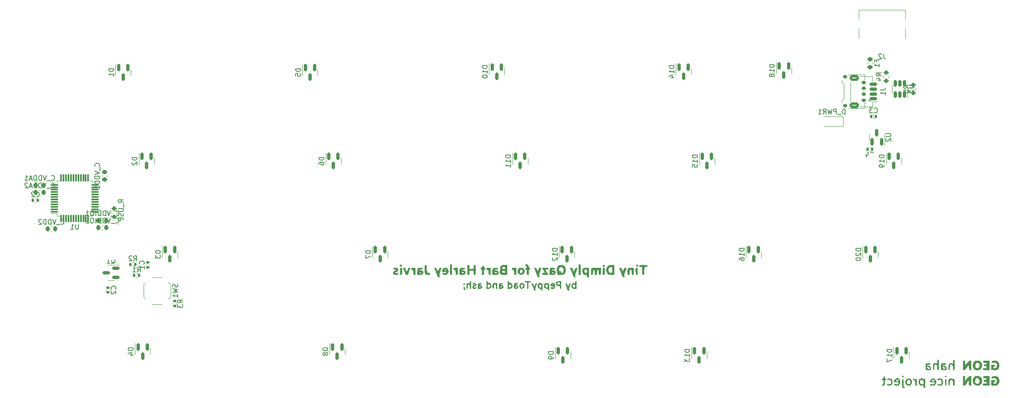
<source format=gbr>
%TF.GenerationSoftware,KiCad,Pcbnew,(6.0.10-0)*%
%TF.CreationDate,2023-01-05T17:16:11+09:00*%
%TF.ProjectId,Tiny Dimply Qazy,54696e79-2044-4696-9d70-6c792051617a,rev?*%
%TF.SameCoordinates,Original*%
%TF.FileFunction,Legend,Bot*%
%TF.FilePolarity,Positive*%
%FSLAX46Y46*%
G04 Gerber Fmt 4.6, Leading zero omitted, Abs format (unit mm)*
G04 Created by KiCad (PCBNEW (6.0.10-0)) date 2023-01-05 17:16:11*
%MOMM*%
%LPD*%
G01*
G04 APERTURE LIST*
G04 Aperture macros list*
%AMRoundRect*
0 Rectangle with rounded corners*
0 $1 Rounding radius*
0 $2 $3 $4 $5 $6 $7 $8 $9 X,Y pos of 4 corners*
0 Add a 4 corners polygon primitive as box body*
4,1,4,$2,$3,$4,$5,$6,$7,$8,$9,$2,$3,0*
0 Add four circle primitives for the rounded corners*
1,1,$1+$1,$2,$3*
1,1,$1+$1,$4,$5*
1,1,$1+$1,$6,$7*
1,1,$1+$1,$8,$9*
0 Add four rect primitives between the rounded corners*
20,1,$1+$1,$2,$3,$4,$5,0*
20,1,$1+$1,$4,$5,$6,$7,0*
20,1,$1+$1,$6,$7,$8,$9,0*
20,1,$1+$1,$8,$9,$2,$3,0*%
G04 Aperture macros list end*
%ADD10C,0.150000*%
%ADD11C,0.120000*%
%ADD12C,1.750000*%
%ADD13C,3.987800*%
%ADD14C,2.250000*%
%ADD15C,3.048000*%
%ADD16RoundRect,0.225000X0.225000X0.250000X-0.225000X0.250000X-0.225000X-0.250000X0.225000X-0.250000X0*%
%ADD17RoundRect,0.150000X-0.150000X0.587500X-0.150000X-0.587500X0.150000X-0.587500X0.150000X0.587500X0*%
%ADD18RoundRect,0.150000X0.625000X-0.150000X0.625000X0.150000X-0.625000X0.150000X-0.625000X-0.150000X0*%
%ADD19RoundRect,0.250000X0.650000X-0.350000X0.650000X0.350000X-0.650000X0.350000X-0.650000X-0.350000X0*%
%ADD20RoundRect,0.135000X0.135000X0.185000X-0.135000X0.185000X-0.135000X-0.185000X0.135000X-0.185000X0*%
%ADD21RoundRect,0.150000X0.150000X-0.512500X0.150000X0.512500X-0.150000X0.512500X-0.150000X-0.512500X0*%
%ADD22RoundRect,0.200000X0.275000X-0.200000X0.275000X0.200000X-0.275000X0.200000X-0.275000X-0.200000X0*%
%ADD23RoundRect,0.140000X0.140000X0.170000X-0.140000X0.170000X-0.140000X-0.170000X0.140000X-0.170000X0*%
%ADD24RoundRect,0.200000X-0.275000X0.200000X-0.275000X-0.200000X0.275000X-0.200000X0.275000X0.200000X0*%
%ADD25RoundRect,0.150000X0.275000X-0.150000X0.275000X0.150000X-0.275000X0.150000X-0.275000X-0.150000X0*%
%ADD26RoundRect,0.175000X0.225000X-0.175000X0.225000X0.175000X-0.225000X0.175000X-0.225000X-0.175000X0*%
%ADD27RoundRect,0.225000X-0.250000X0.225000X-0.250000X-0.225000X0.250000X-0.225000X0.250000X0.225000X0*%
%ADD28RoundRect,0.150000X0.150000X-0.587500X0.150000X0.587500X-0.150000X0.587500X-0.150000X-0.587500X0*%
%ADD29R,1.000000X1.700000*%
%ADD30RoundRect,0.150000X0.587500X0.150000X-0.587500X0.150000X-0.587500X-0.150000X0.587500X-0.150000X0*%
%ADD31RoundRect,0.218750X0.256250X-0.218750X0.256250X0.218750X-0.256250X0.218750X-0.256250X-0.218750X0*%
%ADD32RoundRect,0.135000X0.185000X-0.135000X0.185000X0.135000X-0.185000X0.135000X-0.185000X-0.135000X0*%
%ADD33RoundRect,0.140000X0.170000X-0.140000X0.170000X0.140000X-0.170000X0.140000X-0.170000X-0.140000X0*%
%ADD34RoundRect,0.075000X-0.662500X-0.075000X0.662500X-0.075000X0.662500X0.075000X-0.662500X0.075000X0*%
%ADD35RoundRect,0.075000X-0.075000X-0.662500X0.075000X-0.662500X0.075000X0.662500X-0.075000X0.662500X0*%
%ADD36C,0.650000*%
%ADD37R,0.600000X1.450000*%
%ADD38R,0.300000X1.450000*%
%ADD39O,1.000000X2.100000*%
%ADD40O,1.000000X1.600000*%
%ADD41RoundRect,0.140000X-0.170000X0.140000X-0.170000X-0.140000X0.170000X-0.140000X0.170000X0.140000X0*%
%ADD42RoundRect,0.140000X-0.140000X-0.170000X0.140000X-0.170000X0.140000X0.170000X-0.140000X0.170000X0*%
%ADD43R,0.900000X1.200000*%
G04 APERTURE END LIST*
D10*
%TO.C,C_VDDIO1*%
X57198095Y-95997142D02*
X57245714Y-96044761D01*
X57388571Y-96092380D01*
X57483809Y-96092380D01*
X57626666Y-96044761D01*
X57721904Y-95949523D01*
X57769523Y-95854285D01*
X57817142Y-95663809D01*
X57817142Y-95520952D01*
X57769523Y-95330476D01*
X57721904Y-95235238D01*
X57626666Y-95140000D01*
X57483809Y-95092380D01*
X57388571Y-95092380D01*
X57245714Y-95140000D01*
X57198095Y-95187619D01*
X57007619Y-96187619D02*
X56245714Y-96187619D01*
X56150476Y-95092380D02*
X55817142Y-96092380D01*
X55483809Y-95092380D01*
X55150476Y-96092380D02*
X55150476Y-95092380D01*
X54912380Y-95092380D01*
X54769523Y-95140000D01*
X54674285Y-95235238D01*
X54626666Y-95330476D01*
X54579047Y-95520952D01*
X54579047Y-95663809D01*
X54626666Y-95854285D01*
X54674285Y-95949523D01*
X54769523Y-96044761D01*
X54912380Y-96092380D01*
X55150476Y-96092380D01*
X54150476Y-96092380D02*
X54150476Y-95092380D01*
X53912380Y-95092380D01*
X53769523Y-95140000D01*
X53674285Y-95235238D01*
X53626666Y-95330476D01*
X53579047Y-95520952D01*
X53579047Y-95663809D01*
X53626666Y-95854285D01*
X53674285Y-95949523D01*
X53769523Y-96044761D01*
X53912380Y-96092380D01*
X54150476Y-96092380D01*
X53150476Y-96092380D02*
X53150476Y-95092380D01*
X52483809Y-95092380D02*
X52293333Y-95092380D01*
X52198095Y-95140000D01*
X52102857Y-95235238D01*
X52055238Y-95425714D01*
X52055238Y-95759047D01*
X52102857Y-95949523D01*
X52198095Y-96044761D01*
X52293333Y-96092380D01*
X52483809Y-96092380D01*
X52579047Y-96044761D01*
X52674285Y-95949523D01*
X52721904Y-95759047D01*
X52721904Y-95425714D01*
X52674285Y-95235238D01*
X52579047Y-95140000D01*
X52483809Y-95092380D01*
X51102857Y-96092380D02*
X51674285Y-96092380D01*
X51388571Y-96092380D02*
X51388571Y-95092380D01*
X51483809Y-95235238D01*
X51579047Y-95330476D01*
X51674285Y-95378095D01*
%TO.C,D13*%
X174264880Y-123404464D02*
X173264880Y-123404464D01*
X173264880Y-123642559D01*
X173312500Y-123785416D01*
X173407738Y-123880654D01*
X173502976Y-123928273D01*
X173693452Y-123975892D01*
X173836309Y-123975892D01*
X174026785Y-123928273D01*
X174122023Y-123880654D01*
X174217261Y-123785416D01*
X174264880Y-123642559D01*
X174264880Y-123404464D01*
X174264880Y-124928273D02*
X174264880Y-124356845D01*
X174264880Y-124642559D02*
X173264880Y-124642559D01*
X173407738Y-124547321D01*
X173502976Y-124452083D01*
X173550595Y-124356845D01*
X173264880Y-125261607D02*
X173264880Y-125880654D01*
X173645833Y-125547321D01*
X173645833Y-125690178D01*
X173693452Y-125785416D01*
X173741071Y-125833035D01*
X173836309Y-125880654D01*
X174074404Y-125880654D01*
X174169642Y-125833035D01*
X174217261Y-125785416D01*
X174264880Y-125690178D01*
X174264880Y-125404464D01*
X174217261Y-125309226D01*
X174169642Y-125261607D01*
%TO.C,J1*%
X213195880Y-70403166D02*
X213910166Y-70403166D01*
X214053023Y-70355547D01*
X214148261Y-70260309D01*
X214195880Y-70117452D01*
X214195880Y-70022214D01*
X214195880Y-71403166D02*
X214195880Y-70831738D01*
X214195880Y-71117452D02*
X213195880Y-71117452D01*
X213338738Y-71022214D01*
X213433976Y-70926976D01*
X213481595Y-70831738D01*
%TO.C,D7*%
X109177380Y-103243154D02*
X108177380Y-103243154D01*
X108177380Y-103481250D01*
X108225000Y-103624107D01*
X108320238Y-103719345D01*
X108415476Y-103766964D01*
X108605952Y-103814583D01*
X108748809Y-103814583D01*
X108939285Y-103766964D01*
X109034523Y-103719345D01*
X109129761Y-103624107D01*
X109177380Y-103481250D01*
X109177380Y-103243154D01*
X108177380Y-104147916D02*
X108177380Y-104814583D01*
X109177380Y-104386011D01*
%TO.C,D3*%
X66314880Y-103243154D02*
X65314880Y-103243154D01*
X65314880Y-103481250D01*
X65362500Y-103624107D01*
X65457738Y-103719345D01*
X65552976Y-103766964D01*
X65743452Y-103814583D01*
X65886309Y-103814583D01*
X66076785Y-103766964D01*
X66172023Y-103719345D01*
X66267261Y-103624107D01*
X66314880Y-103481250D01*
X66314880Y-103243154D01*
X65314880Y-104147916D02*
X65314880Y-104766964D01*
X65695833Y-104433630D01*
X65695833Y-104576488D01*
X65743452Y-104671726D01*
X65791071Y-104719345D01*
X65886309Y-104766964D01*
X66124404Y-104766964D01*
X66219642Y-104719345D01*
X66267261Y-104671726D01*
X66314880Y-104576488D01*
X66314880Y-104290773D01*
X66267261Y-104195535D01*
X66219642Y-104147916D01*
%TO.C,R2*%
X60846666Y-105312380D02*
X61180000Y-104836190D01*
X61418095Y-105312380D02*
X61418095Y-104312380D01*
X61037142Y-104312380D01*
X60941904Y-104360000D01*
X60894285Y-104407619D01*
X60846666Y-104502857D01*
X60846666Y-104645714D01*
X60894285Y-104740952D01*
X60941904Y-104788571D01*
X61037142Y-104836190D01*
X61418095Y-104836190D01*
X60465714Y-104407619D02*
X60418095Y-104360000D01*
X60322857Y-104312380D01*
X60084761Y-104312380D01*
X59989523Y-104360000D01*
X59941904Y-104407619D01*
X59894285Y-104502857D01*
X59894285Y-104598095D01*
X59941904Y-104740952D01*
X60513333Y-105312380D01*
X59894285Y-105312380D01*
%TO.C,U3*%
X219002380Y-69463095D02*
X219811904Y-69463095D01*
X219907142Y-69510714D01*
X219954761Y-69558333D01*
X220002380Y-69653571D01*
X220002380Y-69844047D01*
X219954761Y-69939285D01*
X219907142Y-69986904D01*
X219811904Y-70034523D01*
X219002380Y-70034523D01*
X219002380Y-70415476D02*
X219002380Y-71034523D01*
X219383333Y-70701190D01*
X219383333Y-70844047D01*
X219430952Y-70939285D01*
X219478571Y-70986904D01*
X219573809Y-71034523D01*
X219811904Y-71034523D01*
X219907142Y-70986904D01*
X219954761Y-70939285D01*
X220002380Y-70844047D01*
X220002380Y-70558333D01*
X219954761Y-70463095D01*
X219907142Y-70415476D01*
%TO.C,C_VDDA1*%
X44094761Y-88787142D02*
X44142380Y-88834761D01*
X44285238Y-88882380D01*
X44380476Y-88882380D01*
X44523333Y-88834761D01*
X44618571Y-88739523D01*
X44666190Y-88644285D01*
X44713809Y-88453809D01*
X44713809Y-88310952D01*
X44666190Y-88120476D01*
X44618571Y-88025238D01*
X44523333Y-87930000D01*
X44380476Y-87882380D01*
X44285238Y-87882380D01*
X44142380Y-87930000D01*
X44094761Y-87977619D01*
X43904285Y-88977619D02*
X43142380Y-88977619D01*
X43047142Y-87882380D02*
X42713809Y-88882380D01*
X42380476Y-87882380D01*
X42047142Y-88882380D02*
X42047142Y-87882380D01*
X41809047Y-87882380D01*
X41666190Y-87930000D01*
X41570952Y-88025238D01*
X41523333Y-88120476D01*
X41475714Y-88310952D01*
X41475714Y-88453809D01*
X41523333Y-88644285D01*
X41570952Y-88739523D01*
X41666190Y-88834761D01*
X41809047Y-88882380D01*
X42047142Y-88882380D01*
X41047142Y-88882380D02*
X41047142Y-87882380D01*
X40809047Y-87882380D01*
X40666190Y-87930000D01*
X40570952Y-88025238D01*
X40523333Y-88120476D01*
X40475714Y-88310952D01*
X40475714Y-88453809D01*
X40523333Y-88644285D01*
X40570952Y-88739523D01*
X40666190Y-88834761D01*
X40809047Y-88882380D01*
X41047142Y-88882380D01*
X40094761Y-88596666D02*
X39618571Y-88596666D01*
X40190000Y-88882380D02*
X39856666Y-87882380D01*
X39523333Y-88882380D01*
X38666190Y-88882380D02*
X39237619Y-88882380D01*
X38951904Y-88882380D02*
X38951904Y-87882380D01*
X39047142Y-88025238D01*
X39142380Y-88120476D01*
X39237619Y-88168095D01*
%TO.C,R_USB1*%
X58772380Y-93432380D02*
X58296190Y-93099047D01*
X58772380Y-92860952D02*
X57772380Y-92860952D01*
X57772380Y-93241904D01*
X57820000Y-93337142D01*
X57867619Y-93384761D01*
X57962857Y-93432380D01*
X58105714Y-93432380D01*
X58200952Y-93384761D01*
X58248571Y-93337142D01*
X58296190Y-93241904D01*
X58296190Y-92860952D01*
X58867619Y-93622857D02*
X58867619Y-94384761D01*
X57772380Y-94622857D02*
X58581904Y-94622857D01*
X58677142Y-94670476D01*
X58724761Y-94718095D01*
X58772380Y-94813333D01*
X58772380Y-95003809D01*
X58724761Y-95099047D01*
X58677142Y-95146666D01*
X58581904Y-95194285D01*
X57772380Y-95194285D01*
X58724761Y-95622857D02*
X58772380Y-95765714D01*
X58772380Y-96003809D01*
X58724761Y-96099047D01*
X58677142Y-96146666D01*
X58581904Y-96194285D01*
X58486666Y-96194285D01*
X58391428Y-96146666D01*
X58343809Y-96099047D01*
X58296190Y-96003809D01*
X58248571Y-95813333D01*
X58200952Y-95718095D01*
X58153333Y-95670476D01*
X58058095Y-95622857D01*
X57962857Y-95622857D01*
X57867619Y-95670476D01*
X57820000Y-95718095D01*
X57772380Y-95813333D01*
X57772380Y-96051428D01*
X57820000Y-96194285D01*
X58248571Y-96956190D02*
X58296190Y-97099047D01*
X58343809Y-97146666D01*
X58439047Y-97194285D01*
X58581904Y-97194285D01*
X58677142Y-97146666D01*
X58724761Y-97099047D01*
X58772380Y-97003809D01*
X58772380Y-96622857D01*
X57772380Y-96622857D01*
X57772380Y-96956190D01*
X57820000Y-97051428D01*
X57867619Y-97099047D01*
X57962857Y-97146666D01*
X58058095Y-97146666D01*
X58153333Y-97099047D01*
X58200952Y-97051428D01*
X58248571Y-96956190D01*
X58248571Y-96622857D01*
X58772380Y-98146666D02*
X58772380Y-97575238D01*
X58772380Y-97860952D02*
X57772380Y-97860952D01*
X57915238Y-97765714D01*
X58010476Y-97670476D01*
X58058095Y-97575238D01*
%TO.C,D16*%
X185377380Y-102766964D02*
X184377380Y-102766964D01*
X184377380Y-103005059D01*
X184425000Y-103147916D01*
X184520238Y-103243154D01*
X184615476Y-103290773D01*
X184805952Y-103338392D01*
X184948809Y-103338392D01*
X185139285Y-103290773D01*
X185234523Y-103243154D01*
X185329761Y-103147916D01*
X185377380Y-103005059D01*
X185377380Y-102766964D01*
X185377380Y-104290773D02*
X185377380Y-103719345D01*
X185377380Y-104005059D02*
X184377380Y-104005059D01*
X184520238Y-103909821D01*
X184615476Y-103814583D01*
X184663095Y-103719345D01*
X184377380Y-105147916D02*
X184377380Y-104957440D01*
X184425000Y-104862202D01*
X184472619Y-104814583D01*
X184615476Y-104719345D01*
X184805952Y-104671726D01*
X185186904Y-104671726D01*
X185282142Y-104719345D01*
X185329761Y-104766964D01*
X185377380Y-104862202D01*
X185377380Y-105052678D01*
X185329761Y-105147916D01*
X185282142Y-105195535D01*
X185186904Y-105243154D01*
X184948809Y-105243154D01*
X184853571Y-105195535D01*
X184805952Y-105147916D01*
X184758333Y-105052678D01*
X184758333Y-104862202D01*
X184805952Y-104766964D01*
X184853571Y-104719345D01*
X184948809Y-104671726D01*
%TO.C,D9*%
X146483630Y-123880654D02*
X145483630Y-123880654D01*
X145483630Y-124118750D01*
X145531250Y-124261607D01*
X145626488Y-124356845D01*
X145721726Y-124404464D01*
X145912202Y-124452083D01*
X146055059Y-124452083D01*
X146245535Y-124404464D01*
X146340773Y-124356845D01*
X146436011Y-124261607D01*
X146483630Y-124118750D01*
X146483630Y-123880654D01*
X146483630Y-124928273D02*
X146483630Y-125118750D01*
X146436011Y-125213988D01*
X146388392Y-125261607D01*
X146245535Y-125356845D01*
X146055059Y-125404464D01*
X145674107Y-125404464D01*
X145578869Y-125356845D01*
X145531250Y-125309226D01*
X145483630Y-125213988D01*
X145483630Y-125023511D01*
X145531250Y-124928273D01*
X145578869Y-124880654D01*
X145674107Y-124833035D01*
X145912202Y-124833035D01*
X146007440Y-124880654D01*
X146055059Y-124928273D01*
X146102678Y-125023511D01*
X146102678Y-125213988D01*
X146055059Y-125309226D01*
X146007440Y-125356845D01*
X145912202Y-125404464D01*
%TO.C,C3*%
X211941666Y-74997142D02*
X211989285Y-75044761D01*
X212132142Y-75092380D01*
X212227380Y-75092380D01*
X212370238Y-75044761D01*
X212465476Y-74949523D01*
X212513095Y-74854285D01*
X212560714Y-74663809D01*
X212560714Y-74520952D01*
X212513095Y-74330476D01*
X212465476Y-74235238D01*
X212370238Y-74140000D01*
X212227380Y-74092380D01*
X212132142Y-74092380D01*
X211989285Y-74140000D01*
X211941666Y-74187619D01*
X211608333Y-74092380D02*
X210989285Y-74092380D01*
X211322619Y-74473333D01*
X211179761Y-74473333D01*
X211084523Y-74520952D01*
X211036904Y-74568571D01*
X210989285Y-74663809D01*
X210989285Y-74901904D01*
X211036904Y-74997142D01*
X211084523Y-75044761D01*
X211179761Y-75092380D01*
X211465476Y-75092380D01*
X211560714Y-75044761D01*
X211608333Y-74997142D01*
%TO.C,C_VDDA2*%
X44079761Y-90297142D02*
X44127380Y-90344761D01*
X44270238Y-90392380D01*
X44365476Y-90392380D01*
X44508333Y-90344761D01*
X44603571Y-90249523D01*
X44651190Y-90154285D01*
X44698809Y-89963809D01*
X44698809Y-89820952D01*
X44651190Y-89630476D01*
X44603571Y-89535238D01*
X44508333Y-89440000D01*
X44365476Y-89392380D01*
X44270238Y-89392380D01*
X44127380Y-89440000D01*
X44079761Y-89487619D01*
X43889285Y-90487619D02*
X43127380Y-90487619D01*
X43032142Y-89392380D02*
X42698809Y-90392380D01*
X42365476Y-89392380D01*
X42032142Y-90392380D02*
X42032142Y-89392380D01*
X41794047Y-89392380D01*
X41651190Y-89440000D01*
X41555952Y-89535238D01*
X41508333Y-89630476D01*
X41460714Y-89820952D01*
X41460714Y-89963809D01*
X41508333Y-90154285D01*
X41555952Y-90249523D01*
X41651190Y-90344761D01*
X41794047Y-90392380D01*
X42032142Y-90392380D01*
X41032142Y-90392380D02*
X41032142Y-89392380D01*
X40794047Y-89392380D01*
X40651190Y-89440000D01*
X40555952Y-89535238D01*
X40508333Y-89630476D01*
X40460714Y-89820952D01*
X40460714Y-89963809D01*
X40508333Y-90154285D01*
X40555952Y-90249523D01*
X40651190Y-90344761D01*
X40794047Y-90392380D01*
X41032142Y-90392380D01*
X40079761Y-90106666D02*
X39603571Y-90106666D01*
X40175000Y-90392380D02*
X39841666Y-89392380D01*
X39508333Y-90392380D01*
X39222619Y-89487619D02*
X39175000Y-89440000D01*
X39079761Y-89392380D01*
X38841666Y-89392380D01*
X38746428Y-89440000D01*
X38698809Y-89487619D01*
X38651190Y-89582857D01*
X38651190Y-89678095D01*
X38698809Y-89820952D01*
X39270238Y-90392380D01*
X38651190Y-90392380D01*
%TO.C,C_VDDIO2*%
X57203095Y-97487142D02*
X57250714Y-97534761D01*
X57393571Y-97582380D01*
X57488809Y-97582380D01*
X57631666Y-97534761D01*
X57726904Y-97439523D01*
X57774523Y-97344285D01*
X57822142Y-97153809D01*
X57822142Y-97010952D01*
X57774523Y-96820476D01*
X57726904Y-96725238D01*
X57631666Y-96630000D01*
X57488809Y-96582380D01*
X57393571Y-96582380D01*
X57250714Y-96630000D01*
X57203095Y-96677619D01*
X57012619Y-97677619D02*
X56250714Y-97677619D01*
X56155476Y-96582380D02*
X55822142Y-97582380D01*
X55488809Y-96582380D01*
X55155476Y-97582380D02*
X55155476Y-96582380D01*
X54917380Y-96582380D01*
X54774523Y-96630000D01*
X54679285Y-96725238D01*
X54631666Y-96820476D01*
X54584047Y-97010952D01*
X54584047Y-97153809D01*
X54631666Y-97344285D01*
X54679285Y-97439523D01*
X54774523Y-97534761D01*
X54917380Y-97582380D01*
X55155476Y-97582380D01*
X54155476Y-97582380D02*
X54155476Y-96582380D01*
X53917380Y-96582380D01*
X53774523Y-96630000D01*
X53679285Y-96725238D01*
X53631666Y-96820476D01*
X53584047Y-97010952D01*
X53584047Y-97153809D01*
X53631666Y-97344285D01*
X53679285Y-97439523D01*
X53774523Y-97534761D01*
X53917380Y-97582380D01*
X54155476Y-97582380D01*
X53155476Y-97582380D02*
X53155476Y-96582380D01*
X52488809Y-96582380D02*
X52298333Y-96582380D01*
X52203095Y-96630000D01*
X52107857Y-96725238D01*
X52060238Y-96915714D01*
X52060238Y-97249047D01*
X52107857Y-97439523D01*
X52203095Y-97534761D01*
X52298333Y-97582380D01*
X52488809Y-97582380D01*
X52584047Y-97534761D01*
X52679285Y-97439523D01*
X52726904Y-97249047D01*
X52726904Y-96915714D01*
X52679285Y-96725238D01*
X52584047Y-96630000D01*
X52488809Y-96582380D01*
X51679285Y-96677619D02*
X51631666Y-96630000D01*
X51536428Y-96582380D01*
X51298333Y-96582380D01*
X51203095Y-96630000D01*
X51155476Y-96677619D01*
X51107857Y-96772857D01*
X51107857Y-96868095D01*
X51155476Y-97010952D01*
X51726904Y-97582380D01*
X51107857Y-97582380D01*
%TO.C,D1*%
X56789880Y-66080654D02*
X55789880Y-66080654D01*
X55789880Y-66318750D01*
X55837500Y-66461607D01*
X55932738Y-66556845D01*
X56027976Y-66604464D01*
X56218452Y-66652083D01*
X56361309Y-66652083D01*
X56551785Y-66604464D01*
X56647023Y-66556845D01*
X56742261Y-66461607D01*
X56789880Y-66318750D01*
X56789880Y-66080654D01*
X56789880Y-67604464D02*
X56789880Y-67033035D01*
X56789880Y-67318750D02*
X55789880Y-67318750D01*
X55932738Y-67223511D01*
X56027976Y-67128273D01*
X56075595Y-67033035D01*
%TO.C,D8*%
X100446130Y-123086904D02*
X99446130Y-123086904D01*
X99446130Y-123325000D01*
X99493750Y-123467857D01*
X99588988Y-123563095D01*
X99684226Y-123610714D01*
X99874702Y-123658333D01*
X100017559Y-123658333D01*
X100208035Y-123610714D01*
X100303273Y-123563095D01*
X100398511Y-123467857D01*
X100446130Y-123325000D01*
X100446130Y-123086904D01*
X99874702Y-124229761D02*
X99827083Y-124134523D01*
X99779464Y-124086904D01*
X99684226Y-124039285D01*
X99636607Y-124039285D01*
X99541369Y-124086904D01*
X99493750Y-124134523D01*
X99446130Y-124229761D01*
X99446130Y-124420238D01*
X99493750Y-124515476D01*
X99541369Y-124563095D01*
X99636607Y-124610714D01*
X99684226Y-124610714D01*
X99779464Y-124563095D01*
X99827083Y-124515476D01*
X99874702Y-124420238D01*
X99874702Y-124229761D01*
X99922321Y-124134523D01*
X99969940Y-124086904D01*
X100065178Y-124039285D01*
X100255654Y-124039285D01*
X100350892Y-124086904D01*
X100398511Y-124134523D01*
X100446130Y-124229761D01*
X100446130Y-124420238D01*
X100398511Y-124515476D01*
X100350892Y-124563095D01*
X100255654Y-124610714D01*
X100065178Y-124610714D01*
X99969940Y-124563095D01*
X99922321Y-124515476D01*
X99874702Y-124420238D01*
%TO.C,D2*%
X61552380Y-84193154D02*
X60552380Y-84193154D01*
X60552380Y-84431250D01*
X60600000Y-84574107D01*
X60695238Y-84669345D01*
X60790476Y-84716964D01*
X60980952Y-84764583D01*
X61123809Y-84764583D01*
X61314285Y-84716964D01*
X61409523Y-84669345D01*
X61504761Y-84574107D01*
X61552380Y-84431250D01*
X61552380Y-84193154D01*
X60647619Y-85145535D02*
X60600000Y-85193154D01*
X60552380Y-85288392D01*
X60552380Y-85526488D01*
X60600000Y-85621726D01*
X60647619Y-85669345D01*
X60742857Y-85716964D01*
X60838095Y-85716964D01*
X60980952Y-85669345D01*
X61552380Y-85097916D01*
X61552380Y-85716964D01*
%TO.C,R5*%
X218891130Y-70058333D02*
X218414940Y-69725000D01*
X218891130Y-69486904D02*
X217891130Y-69486904D01*
X217891130Y-69867857D01*
X217938750Y-69963095D01*
X217986369Y-70010714D01*
X218081607Y-70058333D01*
X218224464Y-70058333D01*
X218319702Y-70010714D01*
X218367321Y-69963095D01*
X218414940Y-69867857D01*
X218414940Y-69486904D01*
X217891130Y-70963095D02*
X217891130Y-70486904D01*
X218367321Y-70439285D01*
X218319702Y-70486904D01*
X218272083Y-70582142D01*
X218272083Y-70820238D01*
X218319702Y-70915476D01*
X218367321Y-70963095D01*
X218462559Y-71010714D01*
X218700654Y-71010714D01*
X218795892Y-70963095D01*
X218843511Y-70915476D01*
X218891130Y-70820238D01*
X218891130Y-70582142D01*
X218843511Y-70486904D01*
X218795892Y-70439285D01*
%TO.C,C2*%
X40956666Y-92137142D02*
X41004285Y-92184761D01*
X41147142Y-92232380D01*
X41242380Y-92232380D01*
X41385238Y-92184761D01*
X41480476Y-92089523D01*
X41528095Y-91994285D01*
X41575714Y-91803809D01*
X41575714Y-91660952D01*
X41528095Y-91470476D01*
X41480476Y-91375238D01*
X41385238Y-91280000D01*
X41242380Y-91232380D01*
X41147142Y-91232380D01*
X41004285Y-91280000D01*
X40956666Y-91327619D01*
X40575714Y-91327619D02*
X40528095Y-91280000D01*
X40432857Y-91232380D01*
X40194761Y-91232380D01*
X40099523Y-91280000D01*
X40051904Y-91327619D01*
X40004285Y-91422857D01*
X40004285Y-91518095D01*
X40051904Y-91660952D01*
X40623333Y-92232380D01*
X40004285Y-92232380D01*
%TO.C,D6*%
X99652380Y-84193154D02*
X98652380Y-84193154D01*
X98652380Y-84431250D01*
X98700000Y-84574107D01*
X98795238Y-84669345D01*
X98890476Y-84716964D01*
X99080952Y-84764583D01*
X99223809Y-84764583D01*
X99414285Y-84716964D01*
X99509523Y-84669345D01*
X99604761Y-84574107D01*
X99652380Y-84431250D01*
X99652380Y-84193154D01*
X98652380Y-85621726D02*
X98652380Y-85431250D01*
X98700000Y-85336011D01*
X98747619Y-85288392D01*
X98890476Y-85193154D01*
X99080952Y-85145535D01*
X99461904Y-85145535D01*
X99557142Y-85193154D01*
X99604761Y-85240773D01*
X99652380Y-85336011D01*
X99652380Y-85526488D01*
X99604761Y-85621726D01*
X99557142Y-85669345D01*
X99461904Y-85716964D01*
X99223809Y-85716964D01*
X99128571Y-85669345D01*
X99080952Y-85621726D01*
X99033333Y-85526488D01*
X99033333Y-85336011D01*
X99080952Y-85240773D01*
X99128571Y-85193154D01*
X99223809Y-85145535D01*
%TO.C,D10*%
X132989880Y-65460714D02*
X131989880Y-65460714D01*
X131989880Y-65698809D01*
X132037500Y-65841666D01*
X132132738Y-65936904D01*
X132227976Y-65984523D01*
X132418452Y-66032142D01*
X132561309Y-66032142D01*
X132751785Y-65984523D01*
X132847023Y-65936904D01*
X132942261Y-65841666D01*
X132989880Y-65698809D01*
X132989880Y-65460714D01*
X132989880Y-66984523D02*
X132989880Y-66413095D01*
X132989880Y-66698809D02*
X131989880Y-66698809D01*
X132132738Y-66603571D01*
X132227976Y-66508333D01*
X132275595Y-66413095D01*
X131989880Y-67603571D02*
X131989880Y-67698809D01*
X132037500Y-67794047D01*
X132085119Y-67841666D01*
X132180357Y-67889285D01*
X132370833Y-67936904D01*
X132608928Y-67936904D01*
X132799404Y-67889285D01*
X132894642Y-67841666D01*
X132942261Y-67794047D01*
X132989880Y-67698809D01*
X132989880Y-67603571D01*
X132942261Y-67508333D01*
X132894642Y-67460714D01*
X132799404Y-67413095D01*
X132608928Y-67365476D01*
X132370833Y-67365476D01*
X132180357Y-67413095D01*
X132085119Y-67460714D01*
X132037500Y-67508333D01*
X131989880Y-67603571D01*
%TO.C,D5*%
X94889880Y-66080654D02*
X93889880Y-66080654D01*
X93889880Y-66318750D01*
X93937500Y-66461607D01*
X94032738Y-66556845D01*
X94127976Y-66604464D01*
X94318452Y-66652083D01*
X94461309Y-66652083D01*
X94651785Y-66604464D01*
X94747023Y-66556845D01*
X94842261Y-66461607D01*
X94889880Y-66318750D01*
X94889880Y-66080654D01*
X93889880Y-67556845D02*
X93889880Y-67080654D01*
X94366071Y-67033035D01*
X94318452Y-67080654D01*
X94270833Y-67175892D01*
X94270833Y-67413988D01*
X94318452Y-67509226D01*
X94366071Y-67556845D01*
X94461309Y-67604464D01*
X94699404Y-67604464D01*
X94794642Y-67556845D01*
X94842261Y-67509226D01*
X94889880Y-67413988D01*
X94889880Y-67175892D01*
X94842261Y-67080654D01*
X94794642Y-67033035D01*
%TO.C,D18*%
X191542380Y-65225714D02*
X190542380Y-65225714D01*
X190542380Y-65463809D01*
X190590000Y-65606666D01*
X190685238Y-65701904D01*
X190780476Y-65749523D01*
X190970952Y-65797142D01*
X191113809Y-65797142D01*
X191304285Y-65749523D01*
X191399523Y-65701904D01*
X191494761Y-65606666D01*
X191542380Y-65463809D01*
X191542380Y-65225714D01*
X191542380Y-66749523D02*
X191542380Y-66178095D01*
X191542380Y-66463809D02*
X190542380Y-66463809D01*
X190685238Y-66368571D01*
X190780476Y-66273333D01*
X190828095Y-66178095D01*
X190970952Y-67320952D02*
X190923333Y-67225714D01*
X190875714Y-67178095D01*
X190780476Y-67130476D01*
X190732857Y-67130476D01*
X190637619Y-67178095D01*
X190590000Y-67225714D01*
X190542380Y-67320952D01*
X190542380Y-67511428D01*
X190590000Y-67606666D01*
X190637619Y-67654285D01*
X190732857Y-67701904D01*
X190780476Y-67701904D01*
X190875714Y-67654285D01*
X190923333Y-67606666D01*
X190970952Y-67511428D01*
X190970952Y-67320952D01*
X191018571Y-67225714D01*
X191066190Y-67178095D01*
X191161428Y-67130476D01*
X191351904Y-67130476D01*
X191447142Y-67178095D01*
X191494761Y-67225714D01*
X191542380Y-67320952D01*
X191542380Y-67511428D01*
X191494761Y-67606666D01*
X191447142Y-67654285D01*
X191351904Y-67701904D01*
X191161428Y-67701904D01*
X191066190Y-67654285D01*
X191018571Y-67606666D01*
X190970952Y-67511428D01*
%TO.C,C_VDD1*%
X53837142Y-85983809D02*
X53884761Y-85936190D01*
X53932380Y-85793333D01*
X53932380Y-85698095D01*
X53884761Y-85555238D01*
X53789523Y-85460000D01*
X53694285Y-85412380D01*
X53503809Y-85364761D01*
X53360952Y-85364761D01*
X53170476Y-85412380D01*
X53075238Y-85460000D01*
X52980000Y-85555238D01*
X52932380Y-85698095D01*
X52932380Y-85793333D01*
X52980000Y-85936190D01*
X53027619Y-85983809D01*
X54027619Y-86174285D02*
X54027619Y-86936190D01*
X52932380Y-87031428D02*
X53932380Y-87364761D01*
X52932380Y-87698095D01*
X53932380Y-88031428D02*
X52932380Y-88031428D01*
X52932380Y-88269523D01*
X52980000Y-88412380D01*
X53075238Y-88507619D01*
X53170476Y-88555238D01*
X53360952Y-88602857D01*
X53503809Y-88602857D01*
X53694285Y-88555238D01*
X53789523Y-88507619D01*
X53884761Y-88412380D01*
X53932380Y-88269523D01*
X53932380Y-88031428D01*
X53932380Y-89031428D02*
X52932380Y-89031428D01*
X52932380Y-89269523D01*
X52980000Y-89412380D01*
X53075238Y-89507619D01*
X53170476Y-89555238D01*
X53360952Y-89602857D01*
X53503809Y-89602857D01*
X53694285Y-89555238D01*
X53789523Y-89507619D01*
X53884761Y-89412380D01*
X53932380Y-89269523D01*
X53932380Y-89031428D01*
X53932380Y-90555238D02*
X53932380Y-89983809D01*
X53932380Y-90269523D02*
X52932380Y-90269523D01*
X53075238Y-90174285D01*
X53170476Y-90079047D01*
X53218095Y-89983809D01*
%TO.C,U2*%
X214302380Y-79313095D02*
X215111904Y-79313095D01*
X215207142Y-79360714D01*
X215254761Y-79408333D01*
X215302380Y-79503571D01*
X215302380Y-79694047D01*
X215254761Y-79789285D01*
X215207142Y-79836904D01*
X215111904Y-79884523D01*
X214302380Y-79884523D01*
X214397619Y-80313095D02*
X214350000Y-80360714D01*
X214302380Y-80455952D01*
X214302380Y-80694047D01*
X214350000Y-80789285D01*
X214397619Y-80836904D01*
X214492857Y-80884523D01*
X214588095Y-80884523D01*
X214730952Y-80836904D01*
X215302380Y-80265476D01*
X215302380Y-80884523D01*
%TO.C,SW1*%
X69784761Y-110086666D02*
X69832380Y-110229523D01*
X69832380Y-110467619D01*
X69784761Y-110562857D01*
X69737142Y-110610476D01*
X69641904Y-110658095D01*
X69546666Y-110658095D01*
X69451428Y-110610476D01*
X69403809Y-110562857D01*
X69356190Y-110467619D01*
X69308571Y-110277142D01*
X69260952Y-110181904D01*
X69213333Y-110134285D01*
X69118095Y-110086666D01*
X69022857Y-110086666D01*
X68927619Y-110134285D01*
X68880000Y-110181904D01*
X68832380Y-110277142D01*
X68832380Y-110515238D01*
X68880000Y-110658095D01*
X68832380Y-110991428D02*
X69832380Y-111229523D01*
X69118095Y-111420000D01*
X69832380Y-111610476D01*
X68832380Y-111848571D01*
X69832380Y-112753333D02*
X69832380Y-112181904D01*
X69832380Y-112467619D02*
X68832380Y-112467619D01*
X68975238Y-112372380D01*
X69070476Y-112277142D01*
X69118095Y-112181904D01*
%TO.C,D19*%
X213952380Y-83716964D02*
X212952380Y-83716964D01*
X212952380Y-83955059D01*
X213000000Y-84097916D01*
X213095238Y-84193154D01*
X213190476Y-84240773D01*
X213380952Y-84288392D01*
X213523809Y-84288392D01*
X213714285Y-84240773D01*
X213809523Y-84193154D01*
X213904761Y-84097916D01*
X213952380Y-83955059D01*
X213952380Y-83716964D01*
X213952380Y-85240773D02*
X213952380Y-84669345D01*
X213952380Y-84955059D02*
X212952380Y-84955059D01*
X213095238Y-84859821D01*
X213190476Y-84764583D01*
X213238095Y-84669345D01*
X213952380Y-85716964D02*
X213952380Y-85907440D01*
X213904761Y-86002678D01*
X213857142Y-86050297D01*
X213714285Y-86145535D01*
X213523809Y-86193154D01*
X213142857Y-86193154D01*
X213047619Y-86145535D01*
X213000000Y-86097916D01*
X212952380Y-86002678D01*
X212952380Y-85812202D01*
X213000000Y-85716964D01*
X213047619Y-85669345D01*
X213142857Y-85621726D01*
X213380952Y-85621726D01*
X213476190Y-85669345D01*
X213523809Y-85716964D01*
X213571428Y-85812202D01*
X213571428Y-86002678D01*
X213523809Y-86097916D01*
X213476190Y-86145535D01*
X213380952Y-86193154D01*
%TO.C,C_VDD2*%
X46061190Y-97737142D02*
X46108809Y-97784761D01*
X46251666Y-97832380D01*
X46346904Y-97832380D01*
X46489761Y-97784761D01*
X46585000Y-97689523D01*
X46632619Y-97594285D01*
X46680238Y-97403809D01*
X46680238Y-97260952D01*
X46632619Y-97070476D01*
X46585000Y-96975238D01*
X46489761Y-96880000D01*
X46346904Y-96832380D01*
X46251666Y-96832380D01*
X46108809Y-96880000D01*
X46061190Y-96927619D01*
X45870714Y-97927619D02*
X45108809Y-97927619D01*
X45013571Y-96832380D02*
X44680238Y-97832380D01*
X44346904Y-96832380D01*
X44013571Y-97832380D02*
X44013571Y-96832380D01*
X43775476Y-96832380D01*
X43632619Y-96880000D01*
X43537380Y-96975238D01*
X43489761Y-97070476D01*
X43442142Y-97260952D01*
X43442142Y-97403809D01*
X43489761Y-97594285D01*
X43537380Y-97689523D01*
X43632619Y-97784761D01*
X43775476Y-97832380D01*
X44013571Y-97832380D01*
X43013571Y-97832380D02*
X43013571Y-96832380D01*
X42775476Y-96832380D01*
X42632619Y-96880000D01*
X42537380Y-96975238D01*
X42489761Y-97070476D01*
X42442142Y-97260952D01*
X42442142Y-97403809D01*
X42489761Y-97594285D01*
X42537380Y-97689523D01*
X42632619Y-97784761D01*
X42775476Y-97832380D01*
X43013571Y-97832380D01*
X42061190Y-96927619D02*
X42013571Y-96880000D01*
X41918333Y-96832380D01*
X41680238Y-96832380D01*
X41585000Y-96880000D01*
X41537380Y-96927619D01*
X41489761Y-97022857D01*
X41489761Y-97118095D01*
X41537380Y-97260952D01*
X42108809Y-97832380D01*
X41489761Y-97832380D01*
%TO.C,D4*%
X60758630Y-123086904D02*
X59758630Y-123086904D01*
X59758630Y-123325000D01*
X59806250Y-123467857D01*
X59901488Y-123563095D01*
X59996726Y-123610714D01*
X60187202Y-123658333D01*
X60330059Y-123658333D01*
X60520535Y-123610714D01*
X60615773Y-123563095D01*
X60711011Y-123467857D01*
X60758630Y-123325000D01*
X60758630Y-123086904D01*
X60091964Y-124515476D02*
X60758630Y-124515476D01*
X59711011Y-124277380D02*
X60425297Y-124039285D01*
X60425297Y-124658333D01*
%TO.C,Q1*%
X56342738Y-105887619D02*
X56437976Y-105840000D01*
X56533214Y-105744761D01*
X56676071Y-105601904D01*
X56771309Y-105554285D01*
X56866547Y-105554285D01*
X56818928Y-105792380D02*
X56914166Y-105744761D01*
X57009404Y-105649523D01*
X57057023Y-105459047D01*
X57057023Y-105125714D01*
X57009404Y-104935238D01*
X56914166Y-104840000D01*
X56818928Y-104792380D01*
X56628452Y-104792380D01*
X56533214Y-104840000D01*
X56437976Y-104935238D01*
X56390357Y-105125714D01*
X56390357Y-105459047D01*
X56437976Y-105649523D01*
X56533214Y-105744761D01*
X56628452Y-105792380D01*
X56818928Y-105792380D01*
X55437976Y-105792380D02*
X56009404Y-105792380D01*
X55723690Y-105792380D02*
X55723690Y-104792380D01*
X55818928Y-104935238D01*
X55914166Y-105030476D01*
X56009404Y-105078095D01*
%TO.C,D12*%
X147277380Y-102766964D02*
X146277380Y-102766964D01*
X146277380Y-103005059D01*
X146325000Y-103147916D01*
X146420238Y-103243154D01*
X146515476Y-103290773D01*
X146705952Y-103338392D01*
X146848809Y-103338392D01*
X147039285Y-103290773D01*
X147134523Y-103243154D01*
X147229761Y-103147916D01*
X147277380Y-103005059D01*
X147277380Y-102766964D01*
X147277380Y-104290773D02*
X147277380Y-103719345D01*
X147277380Y-104005059D02*
X146277380Y-104005059D01*
X146420238Y-103909821D01*
X146515476Y-103814583D01*
X146563095Y-103719345D01*
X146372619Y-104671726D02*
X146325000Y-104719345D01*
X146277380Y-104814583D01*
X146277380Y-105052678D01*
X146325000Y-105147916D01*
X146372619Y-105195535D01*
X146467857Y-105243154D01*
X146563095Y-105243154D01*
X146705952Y-105195535D01*
X147277380Y-104624107D01*
X147277380Y-105243154D01*
%TO.C,R4*%
X213347380Y-67548333D02*
X212871190Y-67215000D01*
X213347380Y-66976904D02*
X212347380Y-66976904D01*
X212347380Y-67357857D01*
X212395000Y-67453095D01*
X212442619Y-67500714D01*
X212537857Y-67548333D01*
X212680714Y-67548333D01*
X212775952Y-67500714D01*
X212823571Y-67453095D01*
X212871190Y-67357857D01*
X212871190Y-66976904D01*
X212680714Y-68405476D02*
X213347380Y-68405476D01*
X212299761Y-68167380D02*
X213014047Y-67929285D01*
X213014047Y-68548333D01*
%TO.C,F1*%
X212433571Y-64641666D02*
X212433571Y-64308333D01*
X212957380Y-64308333D02*
X211957380Y-64308333D01*
X211957380Y-64784523D01*
X212957380Y-65689285D02*
X212957380Y-65117857D01*
X212957380Y-65403571D02*
X211957380Y-65403571D01*
X212100238Y-65308333D01*
X212195476Y-65213095D01*
X212243095Y-65117857D01*
%TO.C,D14*%
X171089880Y-65460714D02*
X170089880Y-65460714D01*
X170089880Y-65698809D01*
X170137500Y-65841666D01*
X170232738Y-65936904D01*
X170327976Y-65984523D01*
X170518452Y-66032142D01*
X170661309Y-66032142D01*
X170851785Y-65984523D01*
X170947023Y-65936904D01*
X171042261Y-65841666D01*
X171089880Y-65698809D01*
X171089880Y-65460714D01*
X171089880Y-66984523D02*
X171089880Y-66413095D01*
X171089880Y-66698809D02*
X170089880Y-66698809D01*
X170232738Y-66603571D01*
X170327976Y-66508333D01*
X170375595Y-66413095D01*
X170423214Y-67841666D02*
X171089880Y-67841666D01*
X170042261Y-67603571D02*
X170756547Y-67365476D01*
X170756547Y-67984523D01*
%TO.C,R3*%
X70862380Y-113893333D02*
X70386190Y-113560000D01*
X70862380Y-113321904D02*
X69862380Y-113321904D01*
X69862380Y-113702857D01*
X69910000Y-113798095D01*
X69957619Y-113845714D01*
X70052857Y-113893333D01*
X70195714Y-113893333D01*
X70290952Y-113845714D01*
X70338571Y-113798095D01*
X70386190Y-113702857D01*
X70386190Y-113321904D01*
X69862380Y-114226666D02*
X69862380Y-114845714D01*
X70243333Y-114512380D01*
X70243333Y-114655238D01*
X70290952Y-114750476D01*
X70338571Y-114798095D01*
X70433809Y-114845714D01*
X70671904Y-114845714D01*
X70767142Y-114798095D01*
X70814761Y-114750476D01*
X70862380Y-114655238D01*
X70862380Y-114369523D01*
X70814761Y-114274285D01*
X70767142Y-114226666D01*
%TO.C,D15*%
X175852380Y-83716964D02*
X174852380Y-83716964D01*
X174852380Y-83955059D01*
X174900000Y-84097916D01*
X174995238Y-84193154D01*
X175090476Y-84240773D01*
X175280952Y-84288392D01*
X175423809Y-84288392D01*
X175614285Y-84240773D01*
X175709523Y-84193154D01*
X175804761Y-84097916D01*
X175852380Y-83955059D01*
X175852380Y-83716964D01*
X175852380Y-85240773D02*
X175852380Y-84669345D01*
X175852380Y-84955059D02*
X174852380Y-84955059D01*
X174995238Y-84859821D01*
X175090476Y-84764583D01*
X175138095Y-84669345D01*
X174852380Y-86145535D02*
X174852380Y-85669345D01*
X175328571Y-85621726D01*
X175280952Y-85669345D01*
X175233333Y-85764583D01*
X175233333Y-86002678D01*
X175280952Y-86097916D01*
X175328571Y-86145535D01*
X175423809Y-86193154D01*
X175661904Y-86193154D01*
X175757142Y-86145535D01*
X175804761Y-86097916D01*
X175852380Y-86002678D01*
X175852380Y-85764583D01*
X175804761Y-85669345D01*
X175757142Y-85621726D01*
%TO.C,C2*%
X57167142Y-111123333D02*
X57214761Y-111075714D01*
X57262380Y-110932857D01*
X57262380Y-110837619D01*
X57214761Y-110694761D01*
X57119523Y-110599523D01*
X57024285Y-110551904D01*
X56833809Y-110504285D01*
X56690952Y-110504285D01*
X56500476Y-110551904D01*
X56405238Y-110599523D01*
X56310000Y-110694761D01*
X56262380Y-110837619D01*
X56262380Y-110932857D01*
X56310000Y-111075714D01*
X56357619Y-111123333D01*
X56357619Y-111504285D02*
X56310000Y-111551904D01*
X56262380Y-111647142D01*
X56262380Y-111885238D01*
X56310000Y-111980476D01*
X56357619Y-112028095D01*
X56452857Y-112075714D01*
X56548095Y-112075714D01*
X56690952Y-112028095D01*
X57262380Y-111456666D01*
X57262380Y-112075714D01*
%TO.C,D11*%
X137752380Y-83716964D02*
X136752380Y-83716964D01*
X136752380Y-83955059D01*
X136800000Y-84097916D01*
X136895238Y-84193154D01*
X136990476Y-84240773D01*
X137180952Y-84288392D01*
X137323809Y-84288392D01*
X137514285Y-84240773D01*
X137609523Y-84193154D01*
X137704761Y-84097916D01*
X137752380Y-83955059D01*
X137752380Y-83716964D01*
X137752380Y-85240773D02*
X137752380Y-84669345D01*
X137752380Y-84955059D02*
X136752380Y-84955059D01*
X136895238Y-84859821D01*
X136990476Y-84764583D01*
X137038095Y-84669345D01*
X137752380Y-86193154D02*
X137752380Y-85621726D01*
X137752380Y-85907440D02*
X136752380Y-85907440D01*
X136895238Y-85812202D01*
X136990476Y-85716964D01*
X137038095Y-85621726D01*
%TO.C,R1*%
X61616666Y-107552380D02*
X61950000Y-107076190D01*
X62188095Y-107552380D02*
X62188095Y-106552380D01*
X61807142Y-106552380D01*
X61711904Y-106600000D01*
X61664285Y-106647619D01*
X61616666Y-106742857D01*
X61616666Y-106885714D01*
X61664285Y-106980952D01*
X61711904Y-107028571D01*
X61807142Y-107076190D01*
X62188095Y-107076190D01*
X60664285Y-107552380D02*
X61235714Y-107552380D01*
X60950000Y-107552380D02*
X60950000Y-106552380D01*
X61045238Y-106695238D01*
X61140476Y-106790476D01*
X61235714Y-106838095D01*
%TO.C,U1*%
X49591904Y-97832380D02*
X49591904Y-98641904D01*
X49544285Y-98737142D01*
X49496666Y-98784761D01*
X49401428Y-98832380D01*
X49210952Y-98832380D01*
X49115714Y-98784761D01*
X49068095Y-98737142D01*
X49020476Y-98641904D01*
X49020476Y-97832380D01*
X48020476Y-98832380D02*
X48591904Y-98832380D01*
X48306190Y-98832380D02*
X48306190Y-97832380D01*
X48401428Y-97975238D01*
X48496666Y-98070476D01*
X48591904Y-98118095D01*
%TO.C,J2*%
X213852083Y-63041130D02*
X213852083Y-63755416D01*
X213899702Y-63898273D01*
X213994940Y-63993511D01*
X214137797Y-64041130D01*
X214233035Y-64041130D01*
X213423511Y-63136369D02*
X213375892Y-63088750D01*
X213280654Y-63041130D01*
X213042559Y-63041130D01*
X212947321Y-63088750D01*
X212899702Y-63136369D01*
X212852083Y-63231607D01*
X212852083Y-63326845D01*
X212899702Y-63469702D01*
X213471130Y-64041130D01*
X212852083Y-64041130D01*
%TO.C,D17*%
X215539880Y-123404464D02*
X214539880Y-123404464D01*
X214539880Y-123642559D01*
X214587500Y-123785416D01*
X214682738Y-123880654D01*
X214777976Y-123928273D01*
X214968452Y-123975892D01*
X215111309Y-123975892D01*
X215301785Y-123928273D01*
X215397023Y-123880654D01*
X215492261Y-123785416D01*
X215539880Y-123642559D01*
X215539880Y-123404464D01*
X215539880Y-124928273D02*
X215539880Y-124356845D01*
X215539880Y-124642559D02*
X214539880Y-124642559D01*
X214682738Y-124547321D01*
X214777976Y-124452083D01*
X214825595Y-124356845D01*
X214539880Y-125261607D02*
X214539880Y-125928273D01*
X215539880Y-125499702D01*
%TO.C,C1*%
X62937142Y-105983333D02*
X62984761Y-105935714D01*
X63032380Y-105792857D01*
X63032380Y-105697619D01*
X62984761Y-105554761D01*
X62889523Y-105459523D01*
X62794285Y-105411904D01*
X62603809Y-105364285D01*
X62460952Y-105364285D01*
X62270476Y-105411904D01*
X62175238Y-105459523D01*
X62080000Y-105554761D01*
X62032380Y-105697619D01*
X62032380Y-105792857D01*
X62080000Y-105935714D01*
X62127619Y-105983333D01*
X63032380Y-106935714D02*
X63032380Y-106364285D01*
X63032380Y-106650000D02*
X62032380Y-106650000D01*
X62175238Y-106554761D01*
X62270476Y-106459523D01*
X62318095Y-106364285D01*
%TO.C,C4*%
X211186666Y-84017142D02*
X211234285Y-84064761D01*
X211377142Y-84112380D01*
X211472380Y-84112380D01*
X211615238Y-84064761D01*
X211710476Y-83969523D01*
X211758095Y-83874285D01*
X211805714Y-83683809D01*
X211805714Y-83540952D01*
X211758095Y-83350476D01*
X211710476Y-83255238D01*
X211615238Y-83160000D01*
X211472380Y-83112380D01*
X211377142Y-83112380D01*
X211234285Y-83160000D01*
X211186666Y-83207619D01*
X210329523Y-83445714D02*
X210329523Y-84112380D01*
X210567619Y-83064761D02*
X210805714Y-83779047D01*
X210186666Y-83779047D01*
%TO.C,D20*%
X209189880Y-102766964D02*
X208189880Y-102766964D01*
X208189880Y-103005059D01*
X208237500Y-103147916D01*
X208332738Y-103243154D01*
X208427976Y-103290773D01*
X208618452Y-103338392D01*
X208761309Y-103338392D01*
X208951785Y-103290773D01*
X209047023Y-103243154D01*
X209142261Y-103147916D01*
X209189880Y-103005059D01*
X209189880Y-102766964D01*
X208285119Y-103719345D02*
X208237500Y-103766964D01*
X208189880Y-103862202D01*
X208189880Y-104100297D01*
X208237500Y-104195535D01*
X208285119Y-104243154D01*
X208380357Y-104290773D01*
X208475595Y-104290773D01*
X208618452Y-104243154D01*
X209189880Y-103671726D01*
X209189880Y-104290773D01*
X208189880Y-104909821D02*
X208189880Y-105005059D01*
X208237500Y-105100297D01*
X208285119Y-105147916D01*
X208380357Y-105195535D01*
X208570833Y-105243154D01*
X208808928Y-105243154D01*
X208999404Y-105195535D01*
X209094642Y-105147916D01*
X209142261Y-105100297D01*
X209189880Y-105005059D01*
X209189880Y-104909821D01*
X209142261Y-104814583D01*
X209094642Y-104766964D01*
X208999404Y-104719345D01*
X208808928Y-104671726D01*
X208570833Y-104671726D01*
X208380357Y-104719345D01*
X208285119Y-104766964D01*
X208237500Y-104814583D01*
X208189880Y-104909821D01*
%TO.C,D_PWR1*%
X205970476Y-75302380D02*
X205970476Y-74302380D01*
X205732380Y-74302380D01*
X205589523Y-74350000D01*
X205494285Y-74445238D01*
X205446666Y-74540476D01*
X205399047Y-74730952D01*
X205399047Y-74873809D01*
X205446666Y-75064285D01*
X205494285Y-75159523D01*
X205589523Y-75254761D01*
X205732380Y-75302380D01*
X205970476Y-75302380D01*
X205208571Y-75397619D02*
X204446666Y-75397619D01*
X204208571Y-75302380D02*
X204208571Y-74302380D01*
X203827619Y-74302380D01*
X203732380Y-74350000D01*
X203684761Y-74397619D01*
X203637142Y-74492857D01*
X203637142Y-74635714D01*
X203684761Y-74730952D01*
X203732380Y-74778571D01*
X203827619Y-74826190D01*
X204208571Y-74826190D01*
X203303809Y-74302380D02*
X203065714Y-75302380D01*
X202875238Y-74588095D01*
X202684761Y-75302380D01*
X202446666Y-74302380D01*
X201494285Y-75302380D02*
X201827619Y-74826190D01*
X202065714Y-75302380D02*
X202065714Y-74302380D01*
X201684761Y-74302380D01*
X201589523Y-74350000D01*
X201541904Y-74397619D01*
X201494285Y-74492857D01*
X201494285Y-74635714D01*
X201541904Y-74730952D01*
X201589523Y-74778571D01*
X201684761Y-74826190D01*
X202065714Y-74826190D01*
X200541904Y-75302380D02*
X201113333Y-75302380D01*
X200827619Y-75302380D02*
X200827619Y-74302380D01*
X200922857Y-74445238D01*
X201018095Y-74540476D01*
X201113333Y-74588095D01*
D11*
%TO.C,C_VDDIO1*%
X54600580Y-96560000D02*
X54319420Y-96560000D01*
X54600580Y-97580000D02*
X54319420Y-97580000D01*
%TO.C,D13*%
X174652500Y-124618750D02*
X174652500Y-125268750D01*
X174652500Y-124618750D02*
X174652500Y-122943750D01*
X177772500Y-124618750D02*
X177772500Y-123968750D01*
X177772500Y-124618750D02*
X177772500Y-125268750D01*
%TO.C,J1*%
X211548500Y-72796500D02*
X212538500Y-72796500D01*
X209048500Y-73846500D02*
X211548500Y-73846500D01*
X207078500Y-72676500D02*
X207078500Y-68796500D01*
X209048500Y-67626500D02*
X211548500Y-67626500D01*
X211548500Y-73846500D02*
X211548500Y-72796500D01*
X211548500Y-67626500D02*
X211548500Y-68676500D01*
%TO.C,D7*%
X109565000Y-103981250D02*
X109565000Y-104631250D01*
X112685000Y-103981250D02*
X112685000Y-104631250D01*
X112685000Y-103981250D02*
X112685000Y-103331250D01*
X109565000Y-103981250D02*
X109565000Y-102306250D01*
%TO.C,D3*%
X69822500Y-103981250D02*
X69822500Y-103331250D01*
X66702500Y-103981250D02*
X66702500Y-102306250D01*
X69822500Y-103981250D02*
X69822500Y-104631250D01*
X66702500Y-103981250D02*
X66702500Y-104631250D01*
%TO.C,R2*%
X60833641Y-106410000D02*
X60526359Y-106410000D01*
X60833641Y-105650000D02*
X60526359Y-105650000D01*
%TO.C,U3*%
X215590000Y-70225000D02*
X215590000Y-69425000D01*
X218710000Y-70225000D02*
X218710000Y-69425000D01*
X215590000Y-70225000D02*
X215590000Y-71025000D01*
X218710000Y-70225000D02*
X218710000Y-72025000D01*
%TO.C,C_VDDA1*%
X41830580Y-90370000D02*
X41549420Y-90370000D01*
X41830580Y-89350000D02*
X41549420Y-89350000D01*
%TO.C,R_USB1*%
X57412500Y-95717258D02*
X57412500Y-95242742D01*
X56367500Y-95717258D02*
X56367500Y-95242742D01*
%TO.C,G\u002A\u002A\u002A*%
G36*
X146813810Y-108047427D02*
G01*
X146736171Y-108112500D01*
X146528107Y-108182584D01*
X146194298Y-108200121D01*
X145718119Y-108194433D01*
X145718119Y-107725979D01*
X146116377Y-107725979D01*
X146159868Y-107787204D01*
X146315506Y-107842762D01*
X146453544Y-107835522D01*
X146514634Y-107725979D01*
X146477785Y-107630653D01*
X146315506Y-107609197D01*
X146191649Y-107646117D01*
X146116377Y-107725979D01*
X145718119Y-107725979D01*
X145718119Y-107557523D01*
X145729152Y-107242661D01*
X145766470Y-106961613D01*
X145824321Y-106814412D01*
X145876706Y-106782165D01*
X146081886Y-106729147D01*
X146355331Y-106708209D01*
X146502758Y-106709714D01*
X146687565Y-106730635D01*
X146764673Y-106795231D01*
X146780140Y-106927251D01*
X146772449Y-107040070D01*
X146705957Y-107113046D01*
X146525368Y-107095339D01*
X146334457Y-107085827D01*
X146210389Y-107141802D01*
X146222062Y-107210373D01*
X146382477Y-107239220D01*
X146521303Y-107250004D01*
X146791033Y-107356873D01*
X146942431Y-107549264D01*
X146952621Y-107725979D01*
X146956392Y-107791382D01*
X146813810Y-108047427D01*
G37*
G36*
X150189755Y-106709888D02*
G01*
X150323800Y-106749324D01*
X150417191Y-106874334D01*
X150509149Y-107128593D01*
X150640663Y-107548976D01*
X150802216Y-107128593D01*
X150916629Y-106873147D01*
X151029917Y-106742914D01*
X151173000Y-106708209D01*
X151179386Y-106708225D01*
X151301323Y-106723529D01*
X151358243Y-106786828D01*
X151348404Y-106926551D01*
X151270066Y-107171125D01*
X151121486Y-107548976D01*
X151004265Y-107862840D01*
X150932662Y-108150730D01*
X150949113Y-108317548D01*
X150989676Y-108407409D01*
X151028223Y-108560928D01*
X150977554Y-108621833D01*
X150815288Y-108655248D01*
X150690905Y-108633589D01*
X150576277Y-108522623D01*
X150471551Y-108279115D01*
X150382625Y-108030200D01*
X150250466Y-107670765D01*
X150113191Y-107305596D01*
X149885633Y-106708209D01*
X150131634Y-106708209D01*
X150189755Y-106709888D01*
G37*
G36*
X163463809Y-106708210D02*
G01*
X163570663Y-106715328D01*
X163635758Y-106759823D01*
X163669443Y-106876600D01*
X163682065Y-107100567D01*
X163683972Y-107466630D01*
X163682164Y-107808975D01*
X163670485Y-108041429D01*
X163639796Y-108161214D01*
X163580961Y-108201829D01*
X163484844Y-108196769D01*
X163418942Y-108183364D01*
X163344720Y-108133805D01*
X163300763Y-108017647D01*
X163276162Y-107798093D01*
X163260010Y-107438349D01*
X163249385Y-107088294D01*
X163254041Y-106868689D01*
X163284089Y-106755837D01*
X163349223Y-106714192D01*
X163459139Y-106708209D01*
X163463809Y-106708210D01*
G37*
G36*
X152090244Y-108212739D02*
G01*
X151647735Y-108212739D01*
X151647735Y-106088697D01*
X152090244Y-106088697D01*
X152090244Y-108212739D01*
G37*
G36*
X140548965Y-107813284D02*
G01*
X140379685Y-108000239D01*
X140170977Y-108133409D01*
X139860106Y-108194869D01*
X139571590Y-108120557D01*
X139341952Y-107932234D01*
X139207712Y-107651659D01*
X139205928Y-107381638D01*
X139651557Y-107381638D01*
X139654216Y-107588394D01*
X139706364Y-107693722D01*
X139857305Y-107807434D01*
X140024238Y-107784168D01*
X140092583Y-107720310D01*
X140172085Y-107526955D01*
X140164036Y-107310794D01*
X140077428Y-107134868D01*
X139921255Y-107062216D01*
X139875827Y-107069668D01*
X139737762Y-107184427D01*
X139651557Y-107381638D01*
X139205928Y-107381638D01*
X139205392Y-107300591D01*
X139210990Y-107273807D01*
X139341879Y-106949058D01*
X139572272Y-106765790D01*
X139921255Y-106708209D01*
X140082564Y-106717968D01*
X140378393Y-106824309D01*
X140553346Y-107055752D01*
X140617148Y-107422278D01*
X140614880Y-107526955D01*
X140613393Y-107595552D01*
X140548965Y-107813284D01*
G37*
G36*
X141194614Y-106068362D02*
G01*
X141391366Y-106254132D01*
X141470035Y-106500672D01*
X141495561Y-106632057D01*
X141602788Y-106708209D01*
X141680203Y-106741062D01*
X141735540Y-106885213D01*
X141710901Y-106988433D01*
X141602788Y-107062216D01*
X141570925Y-107067008D01*
X141509858Y-107137779D01*
X141478736Y-107319000D01*
X141470035Y-107643633D01*
X141469932Y-107724984D01*
X141463472Y-108002121D01*
X141437172Y-108148064D01*
X141377495Y-108200414D01*
X141270906Y-108196769D01*
X141173455Y-108170604D01*
X141103655Y-108091845D01*
X141066461Y-107920897D01*
X141045429Y-107615352D01*
X141044648Y-107599317D01*
X141016871Y-107282238D01*
X140968122Y-107112549D01*
X140890551Y-107062216D01*
X140815519Y-107028701D01*
X140762021Y-106885213D01*
X140786661Y-106781993D01*
X140894774Y-106708209D01*
X140956684Y-106692790D01*
X141027526Y-106575457D01*
X141012107Y-106513547D01*
X140894774Y-106442704D01*
X140808182Y-106399400D01*
X140762021Y-106221450D01*
X140762100Y-106209648D01*
X140805520Y-106045383D01*
X140954181Y-106000196D01*
X141194614Y-106068362D01*
G37*
G36*
X133681882Y-107466630D02*
G01*
X133680074Y-107808975D01*
X133668395Y-108041429D01*
X133637705Y-108161214D01*
X133578870Y-108201829D01*
X133482753Y-108196769D01*
X133403430Y-108178484D01*
X133322694Y-108108895D01*
X133280098Y-107950661D01*
X133257082Y-107659603D01*
X133236107Y-107398670D01*
X133185303Y-107214161D01*
X133083860Y-107141246D01*
X132907492Y-107144112D01*
X132833835Y-107099611D01*
X132796864Y-106933343D01*
X132801171Y-106840688D01*
X132845897Y-106751714D01*
X132976855Y-106715242D01*
X133239373Y-106708209D01*
X133681882Y-106708209D01*
X133681882Y-107466630D01*
G37*
G36*
X145624490Y-111014022D02*
G01*
X145604366Y-111248450D01*
X145563676Y-111366379D01*
X145496864Y-111398802D01*
X145411781Y-111357562D01*
X145364112Y-111185833D01*
X145363348Y-111146982D01*
X145321530Y-111019537D01*
X145187265Y-111019111D01*
X145007409Y-111011577D01*
X144789007Y-110920283D01*
X144705403Y-110857226D01*
X144596573Y-110689856D01*
X144572944Y-110474113D01*
X144839750Y-110474113D01*
X144939303Y-110673087D01*
X144997769Y-110724791D01*
X145098607Y-110779290D01*
X145137983Y-110765765D01*
X145257910Y-110673087D01*
X145316267Y-110598203D01*
X145364516Y-110407491D01*
X145309579Y-110237724D01*
X145178056Y-110140404D01*
X144996547Y-110167033D01*
X144882752Y-110272595D01*
X144839750Y-110474113D01*
X144572944Y-110474113D01*
X144567596Y-110425283D01*
X144582040Y-110253741D01*
X144702549Y-109993709D01*
X144942983Y-109863110D01*
X145300604Y-109864040D01*
X145629617Y-109917432D01*
X145629617Y-110658117D01*
X145624490Y-111014022D01*
G37*
G36*
X128418263Y-110703834D02*
G01*
X128435311Y-110865209D01*
X128426023Y-110959664D01*
X128476249Y-111164977D01*
X128511617Y-111268971D01*
X128431163Y-111310300D01*
X128410471Y-111307984D01*
X128285414Y-111210249D01*
X128184243Y-111022624D01*
X128137140Y-110819652D01*
X128174286Y-110675875D01*
X128174288Y-110675873D01*
X128310455Y-110625634D01*
X128418263Y-110703834D01*
G37*
G36*
X160200762Y-106710055D02*
G01*
X160332861Y-106748978D01*
X160420639Y-106872611D01*
X160503227Y-107125459D01*
X160620050Y-107542708D01*
X160791284Y-107125459D01*
X160795448Y-107115343D01*
X160917209Y-106862542D01*
X161033914Y-106740139D01*
X161183045Y-106708209D01*
X161264024Y-106709841D01*
X161338611Y-106731816D01*
X161361722Y-106803026D01*
X161330434Y-106952499D01*
X161241822Y-107209262D01*
X161092961Y-107602344D01*
X161008788Y-107840437D01*
X160934287Y-108144164D01*
X160947926Y-108310358D01*
X160981659Y-108374200D01*
X161027565Y-108544621D01*
X160977585Y-108616170D01*
X160815985Y-108655248D01*
X160691602Y-108633589D01*
X160576974Y-108522623D01*
X160472248Y-108279115D01*
X160383322Y-108030200D01*
X160251163Y-107670765D01*
X160113887Y-107305596D01*
X159886330Y-106708209D01*
X160136367Y-106708209D01*
X160200762Y-106710055D01*
G37*
G36*
X146830964Y-110627521D02*
G01*
X146691638Y-110867791D01*
X146602802Y-110938798D01*
X146375913Y-111027591D01*
X146145572Y-111032425D01*
X145966926Y-110957506D01*
X145895122Y-110807040D01*
X145896167Y-110787029D01*
X145959559Y-110715332D01*
X146146525Y-110731941D01*
X146331962Y-110746020D01*
X146511369Y-110650472D01*
X146522511Y-110636769D01*
X146560327Y-110557275D01*
X146483083Y-110521865D01*
X146259966Y-110513784D01*
X146218275Y-110513642D01*
X146006114Y-110497959D01*
X145914712Y-110435974D01*
X145895122Y-110298852D01*
X145911045Y-110230432D01*
X146196961Y-110230432D01*
X146337631Y-110248279D01*
X146380227Y-110247633D01*
X146487397Y-110221336D01*
X146443833Y-110142077D01*
X146351861Y-110081444D01*
X146231429Y-110142077D01*
X146211100Y-110163698D01*
X146196961Y-110230432D01*
X145911045Y-110230432D01*
X145945252Y-110083445D01*
X146111099Y-109884552D01*
X146343953Y-109805770D01*
X146356442Y-109805950D01*
X146596505Y-109888570D01*
X146766727Y-110086987D01*
X146809441Y-110221336D01*
X146850437Y-110350279D01*
X146830964Y-110627521D01*
G37*
G36*
X158572997Y-108212245D02*
G01*
X158213172Y-108188365D01*
X157764453Y-108061436D01*
X157451701Y-107829023D01*
X157279903Y-107495461D01*
X157255014Y-107081221D01*
X157710969Y-107081221D01*
X157736751Y-107372287D01*
X157899228Y-107636954D01*
X158022667Y-107717010D01*
X158247437Y-107770230D01*
X158300479Y-107769187D01*
X158391359Y-107745185D01*
X158439722Y-107659795D01*
X158458936Y-107474484D01*
X158462370Y-107150718D01*
X158460696Y-106933754D01*
X158441337Y-106683914D01*
X158383301Y-106566703D01*
X158265859Y-106554109D01*
X158068286Y-106618121D01*
X158034237Y-106632348D01*
X157813069Y-106816870D01*
X157710969Y-107081221D01*
X157255014Y-107081221D01*
X157254045Y-107065087D01*
X157268436Y-106955036D01*
X157364913Y-106663724D01*
X157570047Y-106423450D01*
X157649481Y-106355743D01*
X157832525Y-106242217D01*
X158051016Y-106189870D01*
X158375264Y-106177199D01*
X158904878Y-106177199D01*
X158904878Y-108212739D01*
X158572997Y-108212245D01*
G37*
G36*
X115560177Y-106162950D02*
G01*
X115598043Y-106227739D01*
X115595423Y-106398712D01*
X115521165Y-106489318D01*
X115361974Y-106521600D01*
X115209104Y-106457195D01*
X115140767Y-106311164D01*
X115142517Y-106284533D01*
X115230721Y-106143711D01*
X115396006Y-106093973D01*
X115560177Y-106162950D01*
G37*
G36*
X164852855Y-106177201D02*
G01*
X165249995Y-106180038D01*
X165503302Y-106192429D01*
X165644705Y-106220567D01*
X165706132Y-106270647D01*
X165719512Y-106348860D01*
X165708865Y-106422312D01*
X165614729Y-106508118D01*
X165387631Y-106547989D01*
X165055749Y-106575457D01*
X165030227Y-107399808D01*
X165028942Y-107441087D01*
X165014762Y-107811478D01*
X164994620Y-108039996D01*
X164959571Y-108158843D01*
X164900670Y-108200219D01*
X164808973Y-108196324D01*
X164722131Y-108174214D01*
X164660696Y-108112443D01*
X164623858Y-107977536D01*
X164602572Y-107734876D01*
X164587794Y-107349847D01*
X164562348Y-106531206D01*
X164255913Y-106531206D01*
X164121165Y-106525737D01*
X163984573Y-106476712D01*
X163949478Y-106354202D01*
X163949550Y-106344723D01*
X163964798Y-106267328D01*
X164028879Y-106218285D01*
X164173831Y-106191188D01*
X164431690Y-106179628D01*
X164834495Y-106177199D01*
X164852855Y-106177201D01*
G37*
G36*
X139199520Y-110933148D02*
G01*
X139191216Y-110938929D01*
X138985562Y-111011385D01*
X138726481Y-111026608D01*
X138578761Y-111010068D01*
X138463642Y-110958498D01*
X138412631Y-110828457D01*
X138396207Y-110646537D01*
X138726481Y-110646537D01*
X138756201Y-110728670D01*
X138879742Y-110779854D01*
X139021487Y-110720288D01*
X139062682Y-110668266D01*
X139057666Y-110558075D01*
X138903485Y-110513784D01*
X138800265Y-110538424D01*
X138726481Y-110646537D01*
X138396207Y-110646537D01*
X138389368Y-110570785D01*
X138386703Y-110515220D01*
X138428168Y-110146185D01*
X138571833Y-109906028D01*
X138805633Y-109806534D01*
X139117501Y-109859490D01*
X139162432Y-109882007D01*
X139249201Y-109997049D01*
X139228036Y-110112427D01*
X139102614Y-110155149D01*
X138986899Y-110146107D01*
X138824317Y-110155031D01*
X138823737Y-110200602D01*
X138991986Y-110275400D01*
X139167629Y-110364112D01*
X139320786Y-110545803D01*
X139329882Y-110668266D01*
X139335940Y-110749819D01*
X139199520Y-110933148D01*
G37*
G36*
X148107596Y-110306162D02*
G01*
X148100978Y-110674687D01*
X148080019Y-110900468D01*
X148039678Y-111013755D01*
X147974913Y-111044795D01*
X147962823Y-111044235D01*
X147870948Y-110964140D01*
X147842161Y-110735039D01*
X147842132Y-110715080D01*
X147825568Y-110517926D01*
X147742142Y-110439404D01*
X147538726Y-110425283D01*
X147245680Y-110371291D01*
X147033428Y-110202243D01*
X146957143Y-109938523D01*
X147311150Y-109938523D01*
X147317491Y-110034738D01*
X147386906Y-110135964D01*
X147576655Y-110159777D01*
X147692113Y-110154494D01*
X147813585Y-110096647D01*
X147842161Y-109938523D01*
X147835820Y-109842308D01*
X147766405Y-109741082D01*
X147576655Y-109717269D01*
X147461198Y-109722553D01*
X147339726Y-109780399D01*
X147311150Y-109938523D01*
X146957143Y-109938523D01*
X146959972Y-109876522D01*
X147055238Y-109637700D01*
X147290319Y-109497536D01*
X147671479Y-109451763D01*
X148107666Y-109451763D01*
X148107666Y-110248279D01*
X148107596Y-110306162D01*
G37*
G36*
X135321171Y-107855417D02*
G01*
X135192733Y-108029414D01*
X135089852Y-108108377D01*
X134869625Y-108179425D01*
X134528970Y-108200096D01*
X134035889Y-108200096D01*
X134035889Y-107703854D01*
X134500482Y-107703854D01*
X134557591Y-107782834D01*
X134714034Y-107845014D01*
X134858846Y-107802790D01*
X134913998Y-107725518D01*
X134879787Y-107628971D01*
X134692277Y-107593227D01*
X134543673Y-107617389D01*
X134500482Y-107703854D01*
X134035889Y-107703854D01*
X134035889Y-107593227D01*
X134042922Y-107319331D01*
X134093390Y-107001359D01*
X134210864Y-106814245D01*
X134416764Y-106731323D01*
X134732510Y-106725924D01*
X134751097Y-106727159D01*
X135000596Y-106758406D01*
X135124122Y-106823550D01*
X135169830Y-106946925D01*
X135171549Y-107068993D01*
X135095437Y-107113092D01*
X134893451Y-107092049D01*
X134889835Y-107091468D01*
X134655865Y-107083983D01*
X134528677Y-107140964D01*
X134552388Y-107213770D01*
X134738680Y-107239220D01*
X134839818Y-107249298D01*
X135091046Y-107351169D01*
X135285408Y-107525513D01*
X135363236Y-107725518D01*
X135363415Y-107725979D01*
X135321171Y-107855417D01*
G37*
G36*
X136195592Y-110877282D02*
G01*
X136029761Y-110982324D01*
X135708833Y-111028696D01*
X135363415Y-111023929D01*
X135363415Y-110624412D01*
X135651004Y-110624412D01*
X135675973Y-110673332D01*
X135794180Y-110754334D01*
X135922660Y-110749821D01*
X135982927Y-110653026D01*
X135950689Y-110570006D01*
X135798549Y-110513784D01*
X135691713Y-110535035D01*
X135651004Y-110624412D01*
X135363415Y-110624412D01*
X135363415Y-110506465D01*
X135364679Y-110372090D01*
X135384811Y-110120280D01*
X135441157Y-109976120D01*
X135548662Y-109889861D01*
X135679323Y-109843465D01*
X135902994Y-109839622D01*
X136084863Y-109910099D01*
X136159931Y-110039033D01*
X136132363Y-110124018D01*
X135992724Y-110136696D01*
X135888167Y-110125160D01*
X135705093Y-110169270D01*
X135693696Y-110176743D01*
X135663886Y-110230039D01*
X135798955Y-110246924D01*
X135863470Y-110252974D01*
X136081317Y-110335799D01*
X136261733Y-110477998D01*
X136336934Y-110631160D01*
X136329489Y-110653026D01*
X136306661Y-110720075D01*
X136195592Y-110877282D01*
G37*
G36*
X138903485Y-107466630D02*
G01*
X138901676Y-107808975D01*
X138889997Y-108041429D01*
X138859308Y-108161214D01*
X138800473Y-108201829D01*
X138704356Y-108196769D01*
X138625033Y-108178484D01*
X138544297Y-108108895D01*
X138501701Y-107950661D01*
X138478685Y-107659603D01*
X138457710Y-107398670D01*
X138406906Y-107214161D01*
X138305463Y-107141246D01*
X138129094Y-107144112D01*
X138055438Y-107099611D01*
X138018467Y-106933343D01*
X138022773Y-106840688D01*
X138067500Y-106751714D01*
X138198458Y-106715242D01*
X138460976Y-106708209D01*
X138903485Y-106708209D01*
X138903485Y-107466630D01*
G37*
G36*
X114347264Y-106710913D02*
G01*
X114632727Y-106768515D01*
X114785618Y-106915972D01*
X114831011Y-107172934D01*
X114820760Y-107292123D01*
X114734635Y-107437580D01*
X114521255Y-107554680D01*
X114409731Y-107606143D01*
X114228122Y-107732515D01*
X114207007Y-107820890D01*
X114335820Y-107843460D01*
X114603995Y-107772421D01*
X114721097Y-107733457D01*
X114812358Y-107752576D01*
X114831011Y-107897798D01*
X114806251Y-108040877D01*
X114720384Y-108154126D01*
X114685362Y-108166651D01*
X114416958Y-108204420D01*
X114126939Y-108179228D01*
X113911065Y-108097748D01*
X113793590Y-107949468D01*
X113774421Y-107723301D01*
X113880546Y-107498279D01*
X114098956Y-107327722D01*
X114275955Y-107230598D01*
X114375407Y-107130347D01*
X114325100Y-107077923D01*
X114122997Y-107093192D01*
X113973813Y-107115247D01*
X113877609Y-107076438D01*
X113857492Y-106927251D01*
X113858242Y-106884196D01*
X113888665Y-106767901D01*
X113999175Y-106718501D01*
X114238049Y-106708209D01*
X114347264Y-106710913D01*
G37*
G36*
X129187373Y-106178955D02*
G01*
X129292372Y-106214606D01*
X129336381Y-106332663D01*
X129345296Y-106580306D01*
X129345296Y-106983413D01*
X129765680Y-106956438D01*
X130186063Y-106929464D01*
X130213277Y-106553331D01*
X130216273Y-106513820D01*
X130248397Y-106294804D01*
X130318171Y-106198599D01*
X130456657Y-106177199D01*
X130526410Y-106178980D01*
X130597786Y-106202661D01*
X130641115Y-106279152D01*
X130663397Y-106439501D01*
X130671633Y-106714757D01*
X130672823Y-107135968D01*
X130669496Y-107455933D01*
X130657161Y-107800511D01*
X130637849Y-108046115D01*
X130613821Y-108153738D01*
X130560846Y-108183845D01*
X130392567Y-108212739D01*
X130370237Y-108211979D01*
X130282256Y-108171171D01*
X130240738Y-108037894D01*
X130230314Y-107770230D01*
X130230314Y-107327722D01*
X129345296Y-107327722D01*
X129345296Y-107770230D01*
X129343201Y-107947819D01*
X129320863Y-108125174D01*
X129255354Y-108198392D01*
X129124042Y-108212739D01*
X128902788Y-108212739D01*
X128902788Y-106177199D01*
X129124042Y-106177199D01*
X129187373Y-106178955D01*
G37*
G36*
X163705125Y-106162950D02*
G01*
X163742990Y-106227739D01*
X163740370Y-106398712D01*
X163666113Y-106489318D01*
X163506921Y-106521600D01*
X163354052Y-106457195D01*
X163285715Y-106311164D01*
X163287464Y-106284533D01*
X163375668Y-106143711D01*
X163540954Y-106093973D01*
X163705125Y-106162950D01*
G37*
G36*
X153550523Y-108655248D02*
G01*
X153470522Y-108651178D01*
X153356685Y-108587658D01*
X153329269Y-108405070D01*
X153319007Y-108257484D01*
X153247335Y-108183688D01*
X153058808Y-108194588D01*
X152867498Y-108188748D01*
X152619991Y-108062691D01*
X152441149Y-107830920D01*
X152348664Y-107533792D01*
X152349979Y-107497150D01*
X152815909Y-107497150D01*
X152826268Y-107547289D01*
X152936921Y-107706306D01*
X153106623Y-107773288D01*
X153266534Y-107714962D01*
X153316094Y-107614521D01*
X153328752Y-107410343D01*
X153285251Y-107208248D01*
X153195389Y-107093788D01*
X153160784Y-107083407D01*
X152980711Y-107117973D01*
X152850522Y-107272077D01*
X152815909Y-107497150D01*
X152349979Y-107497150D01*
X152360224Y-107211667D01*
X152493520Y-106904905D01*
X152555707Y-106829096D01*
X152679056Y-106752534D01*
X152877409Y-106716940D01*
X153201534Y-106708209D01*
X153771777Y-106708209D01*
X153771777Y-108655248D01*
X153550523Y-108655248D01*
G37*
G36*
X129585805Y-109365111D02*
G01*
X129642488Y-109413456D01*
X129677176Y-109549609D01*
X129694552Y-109803243D01*
X129699303Y-110204028D01*
X129699011Y-110325969D01*
X129691378Y-110684964D01*
X129669880Y-110904652D01*
X129629833Y-111014704D01*
X129566551Y-111044795D01*
X129550447Y-111043784D01*
X129461501Y-110960615D01*
X129433798Y-110729220D01*
X129428849Y-110601777D01*
X129371943Y-110320582D01*
X129264431Y-110152206D01*
X129122692Y-110128291D01*
X129087425Y-110149606D01*
X129014409Y-110305106D01*
X128991290Y-110611755D01*
X128983452Y-110829909D01*
X128942824Y-110996511D01*
X128858537Y-111044795D01*
X128843661Y-111043897D01*
X128772583Y-110988757D01*
X128736086Y-110824206D01*
X128725784Y-110516898D01*
X128727094Y-110378339D01*
X128747051Y-110123615D01*
X128802057Y-109977842D01*
X128906131Y-109892483D01*
X129043895Y-109846649D01*
X129260138Y-109851082D01*
X129342829Y-109869082D01*
X129416414Y-109819562D01*
X129433798Y-109634731D01*
X129462205Y-109440604D01*
X129566551Y-109363262D01*
X129585805Y-109365111D01*
G37*
G36*
X162887457Y-107466630D02*
G01*
X162885649Y-107808975D01*
X162873970Y-108041429D01*
X162843280Y-108161214D01*
X162784445Y-108201829D01*
X162688328Y-108196769D01*
X162620237Y-108182310D01*
X162532697Y-108117257D01*
X162486561Y-107965434D01*
X162462004Y-107681729D01*
X162437384Y-107408673D01*
X162376254Y-107166839D01*
X162278773Y-107083121D01*
X162138943Y-107147605D01*
X162116157Y-107169981D01*
X162030460Y-107377747D01*
X162002439Y-107742971D01*
X161999416Y-107968482D01*
X161977138Y-108136329D01*
X161917699Y-108198911D01*
X161803310Y-108196769D01*
X161720268Y-108177048D01*
X161641743Y-108105725D01*
X161600165Y-107945048D01*
X161577389Y-107651192D01*
X161571923Y-107381383D01*
X161616982Y-107047796D01*
X161748710Y-106841771D01*
X161988686Y-106737258D01*
X162358487Y-106708209D01*
X162887457Y-106708209D01*
X162887457Y-107466630D01*
G37*
G36*
X125805227Y-107156874D02*
G01*
X125804271Y-107589067D01*
X125797729Y-107895438D01*
X125780121Y-108080774D01*
X125745967Y-108173694D01*
X125689786Y-108202819D01*
X125606098Y-108196769D01*
X125542228Y-108184119D01*
X125477534Y-108143385D01*
X125435586Y-108048063D01*
X125409966Y-107867555D01*
X125394255Y-107571265D01*
X125382035Y-107128593D01*
X125357101Y-106088697D01*
X125805227Y-106088697D01*
X125805227Y-107156874D01*
G37*
G36*
X123605162Y-106717767D02*
G01*
X123681185Y-106746423D01*
X123677825Y-106761787D01*
X123632012Y-106903076D01*
X123543775Y-107155118D01*
X123427483Y-107476562D01*
X123320940Y-107789740D01*
X123236676Y-108140200D01*
X123244259Y-108345492D01*
X123286109Y-108459977D01*
X123320958Y-108588871D01*
X123275905Y-108631449D01*
X123117899Y-108655248D01*
X123045915Y-108647363D01*
X122952034Y-108592146D01*
X122858369Y-108458436D01*
X122745961Y-108216500D01*
X122595851Y-107836607D01*
X122513618Y-107621678D01*
X122380932Y-107276216D01*
X122276494Y-107005971D01*
X122217694Y-106856034D01*
X122194834Y-106784906D01*
X122230494Y-106719542D01*
X122401035Y-106723282D01*
X122565310Y-106770006D01*
X122679336Y-106896063D01*
X122781292Y-107148694D01*
X122837046Y-107311717D01*
X122896912Y-107432792D01*
X122954742Y-107420529D01*
X123031109Y-107263828D01*
X123146584Y-106951589D01*
X123262629Y-106764933D01*
X123457740Y-106708209D01*
X123605162Y-106717767D01*
G37*
G36*
X141503584Y-109454805D02*
G01*
X141752124Y-109473390D01*
X141877774Y-109514493D01*
X141912544Y-109584516D01*
X141857825Y-109677689D01*
X141647039Y-109717269D01*
X141381533Y-109717269D01*
X141381533Y-110381032D01*
X141378492Y-110635835D01*
X141359907Y-110884374D01*
X141318804Y-111010025D01*
X141248781Y-111044795D01*
X141197820Y-111029587D01*
X141148112Y-110936664D01*
X141122982Y-110731149D01*
X141116028Y-110381032D01*
X141116028Y-109717269D01*
X140850523Y-109717269D01*
X140664176Y-109689909D01*
X140585018Y-109584516D01*
X140600226Y-109533555D01*
X140693149Y-109483848D01*
X140898664Y-109458717D01*
X141248781Y-109451763D01*
X141503584Y-109454805D01*
G37*
G36*
X150845748Y-111028890D02*
G01*
X150757201Y-111026780D01*
X150427387Y-110938877D01*
X150217075Y-110733526D01*
X150146080Y-110437274D01*
X150421820Y-110437274D01*
X150500327Y-110608104D01*
X150547277Y-110687694D01*
X150654316Y-110764835D01*
X150829094Y-110720677D01*
X150907514Y-110626952D01*
X150936960Y-110438098D01*
X150903366Y-110243808D01*
X150809530Y-110128756D01*
X150707101Y-110125383D01*
X150544025Y-110214110D01*
X150441682Y-110327928D01*
X150421820Y-110437274D01*
X150146080Y-110437274D01*
X150143206Y-110425283D01*
X150160218Y-110282237D01*
X150282674Y-110029295D01*
X150486331Y-109863250D01*
X150727129Y-109829087D01*
X150827181Y-109841772D01*
X150919205Y-109793834D01*
X150939722Y-109616494D01*
X150966721Y-109441819D01*
X151072474Y-109363262D01*
X151089583Y-109364688D01*
X151147325Y-109411013D01*
X151182670Y-109544734D01*
X151200382Y-109795659D01*
X151205227Y-110193595D01*
X151205227Y-111023929D01*
X150845748Y-111028890D01*
G37*
G36*
X142773489Y-106724462D02*
G01*
X142920379Y-106765062D01*
X143045139Y-106890677D01*
X143159055Y-107144361D01*
X143303309Y-107536261D01*
X143433393Y-107144361D01*
X143530451Y-106902024D01*
X143644104Y-106772267D01*
X143812197Y-106723282D01*
X143914505Y-106713187D01*
X143994066Y-106726467D01*
X144019128Y-106794282D01*
X143987620Y-106944373D01*
X143897474Y-107204480D01*
X143746619Y-107602344D01*
X143662446Y-107840437D01*
X143587946Y-108144164D01*
X143601584Y-108310358D01*
X143635318Y-108374200D01*
X143681223Y-108544621D01*
X143631415Y-108616114D01*
X143469982Y-108655248D01*
X143294223Y-108604732D01*
X143169371Y-108411868D01*
X143151578Y-108362973D01*
X143064369Y-108126021D01*
X142942574Y-107797332D01*
X142806767Y-107432476D01*
X142532178Y-106696464D01*
X142773489Y-106724462D01*
G37*
G36*
X128466601Y-108029414D02*
G01*
X128363719Y-108108377D01*
X128143492Y-108179425D01*
X127802838Y-108200096D01*
X127309756Y-108200096D01*
X127309756Y-107703854D01*
X127774349Y-107703854D01*
X127831458Y-107782834D01*
X127987901Y-107845014D01*
X128132713Y-107802790D01*
X128187865Y-107725518D01*
X128153654Y-107628971D01*
X127966144Y-107593227D01*
X127817540Y-107617389D01*
X127774349Y-107703854D01*
X127309756Y-107703854D01*
X127309756Y-107600622D01*
X127314910Y-107381813D01*
X127366536Y-107037277D01*
X127489831Y-106829007D01*
X127704651Y-106732888D01*
X128030850Y-106724804D01*
X128262350Y-106753813D01*
X128394696Y-106819811D01*
X128443698Y-106946925D01*
X128445417Y-107068993D01*
X128369304Y-107113092D01*
X128167318Y-107092049D01*
X128163703Y-107091468D01*
X127929732Y-107083983D01*
X127802544Y-107140964D01*
X127800914Y-107143701D01*
X127831757Y-107214894D01*
X128027704Y-107239220D01*
X128197862Y-107255669D01*
X128456581Y-107369063D01*
X128600938Y-107559812D01*
X128608079Y-107725518D01*
X128610941Y-107791927D01*
X128466601Y-108029414D01*
G37*
G36*
X140533333Y-110741903D02*
G01*
X140388322Y-110907024D01*
X140224633Y-110995671D01*
X140034315Y-111044795D01*
X140018556Y-111044491D01*
X139786278Y-110959753D01*
X139622133Y-110759907D01*
X139542271Y-110496258D01*
X139548187Y-110416844D01*
X139841051Y-110416844D01*
X139877004Y-110602286D01*
X139949342Y-110710748D01*
X140039421Y-110779290D01*
X140133619Y-110743969D01*
X140262117Y-110601509D01*
X140319512Y-110425283D01*
X140291566Y-110306226D01*
X140178851Y-110143818D01*
X140039421Y-110071276D01*
X139981300Y-110089168D01*
X139883524Y-110220608D01*
X139841051Y-110416844D01*
X139548187Y-110416844D01*
X139562843Y-110220112D01*
X139700000Y-109982774D01*
X139866103Y-109861858D01*
X140121851Y-109813156D01*
X140353042Y-109903887D01*
X140520493Y-110114461D01*
X140585018Y-110425283D01*
X140583952Y-110485905D01*
X140533333Y-110741903D01*
G37*
G36*
X138023939Y-110862320D02*
G01*
X137842333Y-110977690D01*
X137492928Y-111028890D01*
X137133450Y-111023929D01*
X137133450Y-110425283D01*
X137398955Y-110425283D01*
X137433635Y-110605712D01*
X137529146Y-110721810D01*
X137545289Y-110726574D01*
X137704756Y-110692298D01*
X137860102Y-110571803D01*
X137929965Y-110425283D01*
X137928693Y-110407634D01*
X137843721Y-110261074D01*
X137683418Y-110148050D01*
X137529146Y-110128756D01*
X137440904Y-110228297D01*
X137398955Y-110425283D01*
X137133450Y-110425283D01*
X137133450Y-110193595D01*
X137133678Y-110086584D01*
X137141084Y-109725420D01*
X137162463Y-109504349D01*
X137202581Y-109393566D01*
X137266202Y-109363262D01*
X137357773Y-109414765D01*
X137398955Y-109616494D01*
X137404362Y-109734639D01*
X137459376Y-109833738D01*
X137611548Y-109829087D01*
X137719123Y-109822503D01*
X137942278Y-109909454D01*
X138102948Y-110103536D01*
X138182521Y-110358126D01*
X138177485Y-110425283D01*
X138162388Y-110626595D01*
X138023939Y-110862320D01*
G37*
G36*
X128412592Y-109923737D02*
G01*
X128460279Y-110064786D01*
X128428093Y-110189970D01*
X128276786Y-110248279D01*
X128182164Y-110225177D01*
X128119754Y-110120758D01*
X128163176Y-109993195D01*
X128306417Y-109910925D01*
X128412592Y-109923737D01*
G37*
G36*
X116024828Y-106708237D02*
G01*
X116221288Y-106763193D01*
X116339131Y-106951589D01*
X116426914Y-107192062D01*
X116512219Y-107391468D01*
X116573191Y-107443309D01*
X116630401Y-107358684D01*
X116704422Y-107148694D01*
X116797290Y-106914167D01*
X116910556Y-106775950D01*
X117072505Y-106724456D01*
X117233612Y-106719659D01*
X117309060Y-106749437D01*
X117304747Y-106770016D01*
X117254754Y-106921930D01*
X117160575Y-107181643D01*
X117037121Y-107507580D01*
X117006093Y-107587501D01*
X116872507Y-107908375D01*
X116767947Y-108098502D01*
X116671091Y-108189439D01*
X116560616Y-108212739D01*
X116465796Y-108197771D01*
X116363481Y-108116497D01*
X116260538Y-107933763D01*
X116132445Y-107615352D01*
X116129107Y-107606436D01*
X116009284Y-107287697D01*
X115908125Y-107020936D01*
X115847217Y-106863087D01*
X115832551Y-106819991D01*
X115855836Y-106731024D01*
X116018506Y-106708209D01*
X116024828Y-106708237D01*
G37*
G36*
X156842880Y-106714922D02*
G01*
X156908636Y-106758460D01*
X156942843Y-106873869D01*
X156955809Y-107096193D01*
X156957840Y-107460474D01*
X156955866Y-107821876D01*
X156943060Y-108045444D01*
X156909117Y-108161749D01*
X156843727Y-108205832D01*
X156736586Y-108212739D01*
X156630291Y-108206027D01*
X156564536Y-108162488D01*
X156530329Y-108047079D01*
X156517363Y-107824756D01*
X156515331Y-107460474D01*
X156517306Y-107099073D01*
X156530111Y-106875504D01*
X156564055Y-106759200D01*
X156629444Y-106715116D01*
X156736586Y-106708209D01*
X156842880Y-106714922D01*
G37*
G36*
X148904543Y-107732007D02*
G01*
X148684739Y-107993698D01*
X148377950Y-108154396D01*
X147997056Y-108181560D01*
X147941010Y-108175935D01*
X147727314Y-108179068D01*
X147615552Y-108221402D01*
X147550767Y-108252461D01*
X147388567Y-108206806D01*
X147280127Y-108120214D01*
X147298126Y-108007178D01*
X147334209Y-107906731D01*
X147262726Y-107681468D01*
X147191894Y-107504314D01*
X147171237Y-107314576D01*
X147622040Y-107314576D01*
X147667483Y-107446710D01*
X147752044Y-107461472D01*
X147767934Y-107452993D01*
X147915376Y-107450123D01*
X148042586Y-107530745D01*
X148071279Y-107648898D01*
X148067403Y-107660022D01*
X148090478Y-107753115D01*
X148203437Y-107768825D01*
X148346168Y-107714889D01*
X148458559Y-107599045D01*
X148462425Y-107591543D01*
X148524530Y-107379252D01*
X148550175Y-107114326D01*
X148548879Y-107054027D01*
X148491287Y-106816905D01*
X148319982Y-106649964D01*
X148289122Y-106630643D01*
X148056990Y-106559355D01*
X147859421Y-106652741D01*
X147681771Y-106916926D01*
X147677806Y-106925197D01*
X147623040Y-107121821D01*
X147622040Y-107314576D01*
X147171237Y-107314576D01*
X147153429Y-107151003D01*
X147210858Y-106788895D01*
X147351667Y-106476623D01*
X147563345Y-106272824D01*
X147807090Y-106191505D01*
X148149553Y-106174106D01*
X148474820Y-106239257D01*
X148709969Y-106380135D01*
X148913262Y-106666396D01*
X149031683Y-107035814D01*
X149030139Y-107114326D01*
X149024484Y-107401865D01*
X148904543Y-107732007D01*
G37*
G36*
X149916023Y-109894780D02*
G01*
X149985561Y-109913935D01*
X149998596Y-109988056D01*
X149952545Y-110153799D01*
X149844829Y-110447819D01*
X149768029Y-110667588D01*
X149693346Y-110988832D01*
X149709985Y-111200084D01*
X149727565Y-111251193D01*
X149730022Y-111369997D01*
X149609344Y-111398802D01*
X149509536Y-111391857D01*
X149435192Y-111360588D01*
X149430642Y-111341178D01*
X149381818Y-111192831D01*
X149290841Y-110935022D01*
X149171913Y-110608324D01*
X149081820Y-110360793D01*
X148998401Y-110108798D01*
X148971855Y-109968331D01*
X148997687Y-109907466D01*
X149071402Y-109894272D01*
X149223747Y-109977082D01*
X149362660Y-110226154D01*
X149491149Y-110558035D01*
X149602787Y-110226154D01*
X149610761Y-110203000D01*
X149733113Y-109968834D01*
X149883804Y-109894272D01*
X149916023Y-109894780D01*
G37*
G36*
X126955749Y-107466630D02*
G01*
X126953941Y-107808975D01*
X126942262Y-108041429D01*
X126911573Y-108161214D01*
X126852738Y-108201829D01*
X126756621Y-108196769D01*
X126677298Y-108178484D01*
X126596562Y-108108895D01*
X126553966Y-107950661D01*
X126530950Y-107659603D01*
X126509975Y-107398670D01*
X126459170Y-107214161D01*
X126357728Y-107141246D01*
X126181359Y-107144112D01*
X126107703Y-107099611D01*
X126070732Y-106933343D01*
X126075038Y-106840688D01*
X126119765Y-106751714D01*
X126250723Y-106715242D01*
X126513241Y-106708209D01*
X126955749Y-106708209D01*
X126955749Y-107466630D01*
G37*
G36*
X133687354Y-110862320D02*
G01*
X133505748Y-110977690D01*
X133156343Y-111028890D01*
X132796864Y-111023929D01*
X132796864Y-110409960D01*
X133064796Y-110409960D01*
X133098168Y-110606044D01*
X133202361Y-110725570D01*
X133275261Y-110751868D01*
X133376250Y-110779290D01*
X133396876Y-110765107D01*
X133474479Y-110654054D01*
X133555763Y-110502008D01*
X133593380Y-110393172D01*
X133591179Y-110374316D01*
X133500021Y-110248474D01*
X133338119Y-110147470D01*
X133192561Y-110128756D01*
X133103617Y-110220875D01*
X133064796Y-110409960D01*
X132796864Y-110409960D01*
X132796864Y-110193595D01*
X132797092Y-110086584D01*
X132804499Y-109725420D01*
X132825878Y-109504349D01*
X132865996Y-109393566D01*
X132929617Y-109363262D01*
X133021187Y-109414765D01*
X133062370Y-109616494D01*
X133067777Y-109734639D01*
X133122790Y-109833738D01*
X133274962Y-109829087D01*
X133382537Y-109822503D01*
X133605693Y-109909454D01*
X133766362Y-110103536D01*
X133845935Y-110358126D01*
X133843307Y-110393172D01*
X133825802Y-110626595D01*
X133687354Y-110862320D01*
G37*
G36*
X136608201Y-108212739D02*
G01*
X136490835Y-108210157D01*
X136097398Y-108161073D01*
X135788705Y-108059786D01*
X135609951Y-107919572D01*
X135594969Y-107892435D01*
X135546370Y-107679198D01*
X135553727Y-107548976D01*
X136027178Y-107548976D01*
X136030458Y-107595161D01*
X136106484Y-107705136D01*
X136314809Y-107753712D01*
X136486649Y-107760417D01*
X136582464Y-107706753D01*
X136602439Y-107548976D01*
X136590235Y-107411268D01*
X136512407Y-107341332D01*
X136314809Y-107344240D01*
X136240271Y-107353445D01*
X136073475Y-107416312D01*
X136027178Y-107548976D01*
X135553727Y-107548976D01*
X135559895Y-107439785D01*
X135632209Y-107271332D01*
X135677864Y-107173384D01*
X135634399Y-106943875D01*
X135622706Y-106910133D01*
X135617493Y-106851746D01*
X136043563Y-106851746D01*
X136146911Y-106935868D01*
X136346403Y-106973715D01*
X136446535Y-106969483D01*
X136572405Y-106912630D01*
X136602439Y-106752460D01*
X136602096Y-106727773D01*
X136555179Y-106572503D01*
X136398885Y-106531206D01*
X136205532Y-106567235D01*
X136057357Y-106686237D01*
X136043563Y-106851746D01*
X135617493Y-106851746D01*
X135597824Y-106631454D01*
X135680534Y-106383793D01*
X135850633Y-106233520D01*
X135959428Y-106210094D01*
X136211457Y-106186383D01*
X136521176Y-106177199D01*
X137044948Y-106177199D01*
X137044948Y-108212739D01*
X136608201Y-108212739D01*
G37*
G36*
X120536447Y-106180492D02*
G01*
X120613626Y-106214036D01*
X120654254Y-106314526D01*
X120670237Y-106518649D01*
X120673481Y-106863087D01*
X120679726Y-107198611D01*
X120710601Y-107508688D01*
X120777190Y-107685362D01*
X120890336Y-107753076D01*
X121060884Y-107736272D01*
X121160050Y-107715564D01*
X121267666Y-107741023D01*
X121291638Y-107886547D01*
X121279064Y-108027221D01*
X121232637Y-108153738D01*
X121090750Y-108211288D01*
X120849814Y-108209122D01*
X120596236Y-108146956D01*
X120406621Y-108035736D01*
X120365366Y-107990603D01*
X120295409Y-107870929D01*
X120254161Y-107695936D01*
X120234579Y-107425118D01*
X120229617Y-107017966D01*
X120229673Y-106875749D01*
X120233103Y-106535858D01*
X120248213Y-106329212D01*
X120283728Y-106222657D01*
X120348372Y-106183038D01*
X120450871Y-106177199D01*
X120536447Y-106180492D01*
G37*
G36*
X143129634Y-109916537D02*
G01*
X143124941Y-109997681D01*
X143063802Y-110173276D01*
X142943884Y-110479157D01*
X142879798Y-110653008D01*
X142794655Y-110986052D01*
X142808280Y-111203952D01*
X142821228Y-111240896D01*
X142829543Y-111367020D01*
X142716530Y-111398802D01*
X142622407Y-111374786D01*
X142509055Y-111243924D01*
X142508183Y-111240869D01*
X142453958Y-111078821D01*
X142356822Y-110810249D01*
X142237193Y-110491659D01*
X142179641Y-110340031D01*
X142092151Y-110092382D01*
X142065091Y-109958930D01*
X142095011Y-109904589D01*
X142178463Y-109894272D01*
X142228959Y-109900938D01*
X142353383Y-110006291D01*
X142457853Y-110261103D01*
X142567758Y-110627934D01*
X142690035Y-110261103D01*
X142721797Y-110172572D01*
X142840871Y-109959934D01*
X142981940Y-109894272D01*
X143080210Y-109894011D01*
X143129634Y-109916537D01*
G37*
G36*
X125108655Y-107475703D02*
G01*
X125038199Y-107790972D01*
X124864023Y-108029312D01*
X124654383Y-108148967D01*
X124377488Y-108213815D01*
X124120739Y-108195148D01*
X123931764Y-108097824D01*
X123858188Y-107926702D01*
X123864019Y-107852762D01*
X123930668Y-107782560D01*
X124112787Y-107799025D01*
X124292983Y-107808808D01*
X124533171Y-107724400D01*
X124594844Y-107673116D01*
X124607562Y-107624125D01*
X124496199Y-107602218D01*
X124234321Y-107596042D01*
X124086644Y-107593663D01*
X123881865Y-107573295D01*
X123790558Y-107517940D01*
X123769687Y-107410405D01*
X123804862Y-107207815D01*
X123830389Y-107150718D01*
X124256446Y-107150718D01*
X124279648Y-107211693D01*
X124433450Y-107239220D01*
X124578710Y-107215963D01*
X124610453Y-107150718D01*
X124581901Y-107118325D01*
X124433450Y-107062216D01*
X124384868Y-107068391D01*
X124256446Y-107150718D01*
X123830389Y-107150718D01*
X123919560Y-106951268D01*
X124070566Y-106775941D01*
X124151962Y-106737378D01*
X124415790Y-106708099D01*
X124701461Y-106761183D01*
X124920209Y-106885213D01*
X124924871Y-106889938D01*
X125071065Y-107150718D01*
X125072006Y-107152396D01*
X125108655Y-107475703D01*
G37*
G36*
X132302500Y-106392406D02*
G01*
X132354356Y-106531206D01*
X132378995Y-106634426D01*
X132487108Y-106708209D01*
X132564523Y-106741062D01*
X132619861Y-106885213D01*
X132595221Y-106988433D01*
X132487108Y-107062216D01*
X132456980Y-107066429D01*
X132394886Y-107135462D01*
X132363218Y-107314805D01*
X132354356Y-107637478D01*
X132354228Y-107731432D01*
X132347221Y-108001987D01*
X132318285Y-108145731D01*
X132252038Y-108202652D01*
X132133101Y-108212739D01*
X132096965Y-108212407D01*
X131992905Y-108194189D01*
X131937619Y-108118954D01*
X131915727Y-107946713D01*
X131911847Y-107637478D01*
X131910875Y-107506922D01*
X131894944Y-107237849D01*
X131853557Y-107100621D01*
X131779094Y-107062216D01*
X131701679Y-107029364D01*
X131646342Y-106885213D01*
X131670981Y-106781993D01*
X131779094Y-106708209D01*
X131856509Y-106675357D01*
X131911847Y-106531206D01*
X131959602Y-106395687D01*
X132133101Y-106354202D01*
X132302500Y-106392406D01*
G37*
G36*
X156991114Y-106224757D02*
G01*
X157012111Y-106306961D01*
X156997155Y-106450691D01*
X156912908Y-106502426D01*
X156725207Y-106531206D01*
X156672582Y-106529814D01*
X156543887Y-106481913D01*
X156531301Y-106332077D01*
X156576029Y-106218380D01*
X156714722Y-106114902D01*
X156876415Y-106111582D01*
X156991114Y-106224757D01*
G37*
G36*
X144296949Y-111014168D02*
G01*
X144276817Y-111248510D01*
X144236130Y-111366393D01*
X144169338Y-111398802D01*
X144085016Y-111358543D01*
X144036586Y-111189820D01*
X144034797Y-111133278D01*
X143983970Y-111020360D01*
X143823993Y-111021478D01*
X143712540Y-111027994D01*
X143489670Y-110939847D01*
X143330571Y-110745007D01*
X143253361Y-110489719D01*
X143258811Y-110425283D01*
X143505575Y-110425283D01*
X143533131Y-110498030D01*
X143644649Y-110640215D01*
X143733538Y-110724253D01*
X143799527Y-110772303D01*
X143814076Y-110766198D01*
X143925958Y-110720677D01*
X144004378Y-110626952D01*
X144033824Y-110438098D01*
X144000230Y-110243808D01*
X143906394Y-110128756D01*
X143890252Y-110123991D01*
X143730785Y-110158267D01*
X143575438Y-110278762D01*
X143505575Y-110425283D01*
X143258811Y-110425283D01*
X143276156Y-110220226D01*
X143417073Y-109982774D01*
X143503412Y-109899780D01*
X143622499Y-109825222D01*
X143772955Y-109817040D01*
X144025523Y-109861084D01*
X144302091Y-109916398D01*
X144302091Y-110657600D01*
X144296949Y-111014168D01*
G37*
G36*
X130573557Y-109890909D02*
G01*
X130718804Y-110034802D01*
X130767071Y-110216292D01*
X130699146Y-110394125D01*
X130495819Y-110527046D01*
X130484921Y-110530912D01*
X130304732Y-110618209D01*
X130230314Y-110699446D01*
X130247965Y-110750253D01*
X130373005Y-110770973D01*
X130590139Y-110687674D01*
X130627918Y-110668338D01*
X130735721Y-110650132D01*
X130761324Y-110768801D01*
X130742931Y-110871311D01*
X130650697Y-110986182D01*
X130493714Y-111032485D01*
X130222366Y-111017985D01*
X130034820Y-110875967D01*
X129964809Y-110624233D01*
X129965159Y-110606245D01*
X130031239Y-110435817D01*
X130237019Y-110321182D01*
X130245255Y-110318280D01*
X130418306Y-110227212D01*
X130423524Y-110140583D01*
X130347367Y-110104114D01*
X130151314Y-110154692D01*
X130084568Y-110188159D01*
X129986551Y-110197870D01*
X129964809Y-110076076D01*
X130000712Y-109954287D01*
X130177820Y-109844182D01*
X130350542Y-109825867D01*
X130573557Y-109890909D01*
G37*
G36*
X134680129Y-109852198D02*
G01*
X135009408Y-109913971D01*
X135009408Y-110479383D01*
X135008621Y-110595422D01*
X134993072Y-110867145D01*
X134951675Y-111005900D01*
X134876655Y-111044795D01*
X134807319Y-111016478D01*
X134758114Y-110880563D01*
X134743903Y-110602286D01*
X134737930Y-110442888D01*
X134705886Y-110239373D01*
X134655401Y-110159777D01*
X134646852Y-110159768D01*
X134500523Y-110157606D01*
X134475685Y-110181471D01*
X134428050Y-110332850D01*
X134389896Y-110577989D01*
X134371689Y-110717174D01*
X134309080Y-110932929D01*
X134212892Y-111000544D01*
X134195123Y-110998670D01*
X134101216Y-110901338D01*
X134052358Y-110696269D01*
X134049854Y-110439013D01*
X134095011Y-110185119D01*
X134189135Y-109990136D01*
X134287060Y-109888010D01*
X134440504Y-109828386D01*
X134680129Y-109852198D01*
G37*
G36*
X131859007Y-110877282D02*
G01*
X131693175Y-110982324D01*
X131372247Y-111028696D01*
X131026830Y-111023929D01*
X131026830Y-110647749D01*
X131354036Y-110647749D01*
X131362622Y-110675324D01*
X131460403Y-110755675D01*
X131584897Y-110745955D01*
X131646342Y-110646537D01*
X131623081Y-110565150D01*
X131491464Y-110530633D01*
X131411142Y-110560336D01*
X131354036Y-110647749D01*
X131026830Y-110647749D01*
X131026830Y-110506465D01*
X131028093Y-110372090D01*
X131048226Y-110120280D01*
X131104571Y-109976120D01*
X131212076Y-109889861D01*
X131342738Y-109843465D01*
X131566408Y-109839622D01*
X131748278Y-109910099D01*
X131823345Y-110039033D01*
X131795777Y-110124018D01*
X131656139Y-110136696D01*
X131551582Y-110125160D01*
X131368508Y-110169270D01*
X131357111Y-110176743D01*
X131327300Y-110230039D01*
X131462370Y-110246924D01*
X131526885Y-110252974D01*
X131744732Y-110335799D01*
X131925148Y-110477998D01*
X132000349Y-110631160D01*
X131995114Y-110646537D01*
X131970076Y-110720075D01*
X131859007Y-110877282D01*
G37*
G36*
X144882414Y-106708259D02*
G01*
X145188647Y-106714529D01*
X145360526Y-106738902D01*
X145435900Y-106792192D01*
X145452614Y-106885213D01*
X145443039Y-106963389D01*
X145357958Y-107042023D01*
X145145636Y-107062216D01*
X144838659Y-107062216D01*
X145145636Y-107585993D01*
X145148717Y-107591252D01*
X145301920Y-107859870D01*
X145411033Y-108064515D01*
X145452614Y-108161254D01*
X145452127Y-108163300D01*
X145359734Y-108188285D01*
X145138467Y-108206005D01*
X144833101Y-108212739D01*
X144667908Y-108212336D01*
X144411289Y-108203729D01*
X144275742Y-108173234D01*
X144222699Y-108107078D01*
X144213589Y-107991485D01*
X144219930Y-107895270D01*
X144289345Y-107794043D01*
X144479094Y-107770230D01*
X144481944Y-107770228D01*
X144667545Y-107757470D01*
X144744600Y-107727309D01*
X144719470Y-107668293D01*
X144623049Y-107493746D01*
X144479094Y-107252887D01*
X144367371Y-107066027D01*
X144256500Y-106865287D01*
X144213589Y-106764798D01*
X144214076Y-106762548D01*
X144306475Y-106735086D01*
X144527740Y-106715610D01*
X144833101Y-106708209D01*
X144882414Y-106708259D01*
G37*
G36*
X115494645Y-106711825D02*
G01*
X115570251Y-106746460D01*
X115609835Y-106848618D01*
X115625045Y-107054791D01*
X115627526Y-107401473D01*
X115627157Y-107479374D01*
X115617202Y-107802367D01*
X115596423Y-108042908D01*
X115568525Y-108153738D01*
X115515550Y-108183845D01*
X115347271Y-108212739D01*
X115305879Y-108209464D01*
X115241971Y-108168268D01*
X115205428Y-108052435D01*
X115188895Y-107827869D01*
X115185018Y-107460474D01*
X115186992Y-107099073D01*
X115199797Y-106875504D01*
X115233741Y-106759200D01*
X115299130Y-106715116D01*
X115406272Y-106708209D01*
X115494645Y-106711825D01*
G37*
G36*
X119820779Y-108047427D02*
G01*
X119743140Y-108112500D01*
X119535076Y-108182584D01*
X119201266Y-108200121D01*
X118725087Y-108194433D01*
X118725087Y-107725979D01*
X119123345Y-107725979D01*
X119166837Y-107787204D01*
X119322474Y-107842762D01*
X119460513Y-107835522D01*
X119521603Y-107725979D01*
X119484754Y-107630653D01*
X119322474Y-107609197D01*
X119198618Y-107646117D01*
X119123345Y-107725979D01*
X118725087Y-107725979D01*
X118725087Y-107557523D01*
X118736121Y-107242661D01*
X118773439Y-106961613D01*
X118831290Y-106814412D01*
X118883675Y-106782165D01*
X119088854Y-106729147D01*
X119362300Y-106708209D01*
X119509727Y-106709714D01*
X119694534Y-106730635D01*
X119771641Y-106795231D01*
X119787108Y-106927251D01*
X119779417Y-107040070D01*
X119712925Y-107113046D01*
X119532337Y-107095339D01*
X119341425Y-107085827D01*
X119217357Y-107141802D01*
X119239956Y-107213353D01*
X119421557Y-107239220D01*
X119527569Y-107247197D01*
X119784834Y-107354229D01*
X119933737Y-107552184D01*
X119947272Y-107725979D01*
X119952858Y-107797704D01*
X119820779Y-108047427D01*
G37*
G36*
X118371080Y-107465542D02*
G01*
X118369183Y-107819828D01*
X118356521Y-108044469D01*
X118322682Y-108161394D01*
X118257255Y-108205763D01*
X118149826Y-108212739D01*
X118047294Y-108206405D01*
X117967479Y-108155628D01*
X117934834Y-108016077D01*
X117928572Y-107743680D01*
X117926638Y-107636932D01*
X117880166Y-107304457D01*
X117773271Y-107131755D01*
X117608031Y-107122852D01*
X117519522Y-107109443D01*
X117486063Y-106947428D01*
X117490225Y-106858703D01*
X117534875Y-106769014D01*
X117665901Y-106731066D01*
X117928572Y-106721772D01*
X118371080Y-106718345D01*
X118371080Y-107465542D01*
G37*
G36*
X156161324Y-107467654D02*
G01*
X156159531Y-107808589D01*
X156147877Y-108041251D01*
X156117207Y-108161156D01*
X156058364Y-108201823D01*
X155962195Y-108196769D01*
X155878683Y-108176250D01*
X155798544Y-108101992D01*
X155751488Y-107936725D01*
X155718816Y-107637478D01*
X155681885Y-107333764D01*
X155625363Y-107158675D01*
X155541812Y-107106467D01*
X155529386Y-107107182D01*
X155454839Y-107165647D01*
X155408881Y-107339590D01*
X155382711Y-107659603D01*
X155381893Y-107676659D01*
X155362145Y-107972023D01*
X155327528Y-108132789D01*
X155260509Y-108199510D01*
X155143554Y-108212739D01*
X155136992Y-108212725D01*
X155022653Y-108197966D01*
X154957464Y-108127894D01*
X154923890Y-107961957D01*
X154904398Y-107659603D01*
X154901767Y-107607968D01*
X154873492Y-107308962D01*
X154824268Y-107151992D01*
X154745296Y-107106467D01*
X154665494Y-107152951D01*
X154607745Y-107320677D01*
X154568293Y-107637478D01*
X154546611Y-107858697D01*
X154506120Y-108061650D01*
X154438454Y-108160017D01*
X154324913Y-108196769D01*
X154264240Y-108203304D01*
X154186789Y-108184713D01*
X154145397Y-108096054D01*
X154128812Y-107901685D01*
X154125784Y-107565968D01*
X154133815Y-107268295D01*
X154171186Y-106964847D01*
X154236411Y-106816947D01*
X154307185Y-106790609D01*
X154532503Y-106755920D01*
X154862590Y-106730535D01*
X155254181Y-106718633D01*
X156161324Y-106710258D01*
X156161324Y-107467654D01*
G37*
%TO.C,D16*%
X188885000Y-103981250D02*
X188885000Y-104631250D01*
X185765000Y-103981250D02*
X185765000Y-104631250D01*
X185765000Y-103981250D02*
X185765000Y-102306250D01*
X188885000Y-103981250D02*
X188885000Y-103331250D01*
%TO.C,D9*%
X146871250Y-124618750D02*
X146871250Y-125268750D01*
X149991250Y-124618750D02*
X149991250Y-125268750D01*
X146871250Y-124618750D02*
X146871250Y-122943750D01*
X149991250Y-124618750D02*
X149991250Y-123968750D01*
%TO.C,C3*%
X211882836Y-76160000D02*
X211667164Y-76160000D01*
X211882836Y-75440000D02*
X211667164Y-75440000D01*
%TO.C,C_VDDA2*%
X41815580Y-90860000D02*
X41534420Y-90860000D01*
X41815580Y-91880000D02*
X41534420Y-91880000D01*
%TO.C,C_VDDIO2*%
X54605580Y-98050000D02*
X54324420Y-98050000D01*
X54605580Y-99070000D02*
X54324420Y-99070000D01*
%TO.C,D1*%
X60297500Y-66818750D02*
X60297500Y-67468750D01*
X57177500Y-66818750D02*
X57177500Y-67468750D01*
X60297500Y-66818750D02*
X60297500Y-66168750D01*
X57177500Y-66818750D02*
X57177500Y-65143750D01*
%TO.C,D8*%
X103953750Y-123825000D02*
X103953750Y-124475000D01*
X100833750Y-123825000D02*
X100833750Y-122150000D01*
X103953750Y-123825000D02*
X103953750Y-123175000D01*
X100833750Y-123825000D02*
X100833750Y-124475000D01*
%TO.C,D2*%
X61940000Y-84931250D02*
X61940000Y-83256250D01*
X61940000Y-84931250D02*
X61940000Y-85581250D01*
X65060000Y-84931250D02*
X65060000Y-84281250D01*
X65060000Y-84931250D02*
X65060000Y-85581250D01*
%TO.C,R5*%
X219346250Y-69987742D02*
X219346250Y-70462258D01*
X220391250Y-69987742D02*
X220391250Y-70462258D01*
%TO.C,C2*%
X40897836Y-93300000D02*
X40682164Y-93300000D01*
X40897836Y-92580000D02*
X40682164Y-92580000D01*
%TO.C,D6*%
X100040000Y-84931250D02*
X100040000Y-85581250D01*
X100040000Y-84931250D02*
X100040000Y-83256250D01*
X103160000Y-84931250D02*
X103160000Y-84281250D01*
X103160000Y-84931250D02*
X103160000Y-85581250D01*
%TO.C,D10*%
X136497500Y-66675000D02*
X136497500Y-66025000D01*
X133377500Y-66675000D02*
X133377500Y-67325000D01*
X136497500Y-66675000D02*
X136497500Y-67325000D01*
X133377500Y-66675000D02*
X133377500Y-65000000D01*
%TO.C,D5*%
X98397500Y-66818750D02*
X98397500Y-66168750D01*
X98397500Y-66818750D02*
X98397500Y-67468750D01*
X95277500Y-66818750D02*
X95277500Y-65143750D01*
X95277500Y-66818750D02*
X95277500Y-67468750D01*
%TO.C,J3*%
X209990000Y-74110000D02*
X209990000Y-73060000D01*
X211053553Y-72250000D02*
X211053553Y-72750000D01*
X205770000Y-69160000D02*
X205270000Y-68860000D01*
X205270000Y-73040000D02*
X205270000Y-72540000D01*
X205770000Y-72240000D02*
X205770000Y-69160000D01*
X206660000Y-67290000D02*
X209990000Y-67290000D01*
X206660000Y-74110000D02*
X209990000Y-74110000D01*
X209990000Y-67290000D02*
X209990000Y-68340000D01*
X209990000Y-73060000D02*
X210200000Y-73060000D01*
X205270000Y-72540000D02*
X205770000Y-72240000D01*
X205270000Y-68860000D02*
X205270000Y-68360000D01*
X211053553Y-72750000D02*
X210700000Y-72500000D01*
X210700000Y-72500000D02*
X211053553Y-72250000D01*
%TO.C,D18*%
X191930000Y-66440000D02*
X191930000Y-64765000D01*
X191930000Y-66440000D02*
X191930000Y-67090000D01*
X195050000Y-66440000D02*
X195050000Y-65790000D01*
X195050000Y-66440000D02*
X195050000Y-67090000D01*
%TO.C,Geon*%
G36*
X217232056Y-130267319D02*
G01*
X217085911Y-130566357D01*
X217050932Y-130608626D01*
X216850516Y-130758190D01*
X216571815Y-130799547D01*
X216353584Y-130777613D01*
X216122145Y-130699732D01*
X215980883Y-130588140D01*
X215972924Y-130466798D01*
X216077561Y-130418876D01*
X216298452Y-130473625D01*
X216564345Y-130519159D01*
X216784423Y-130438282D01*
X216899694Y-130236925D01*
X216903544Y-130201441D01*
X216863258Y-130132790D01*
X216719226Y-130099950D01*
X216435060Y-130091533D01*
X216245677Y-130089259D01*
X216048894Y-130068883D01*
X215961590Y-130014432D01*
X215941811Y-129910507D01*
X215960434Y-129836864D01*
X216295818Y-129836864D01*
X216299306Y-129848355D01*
X216405263Y-129895437D01*
X216612950Y-129914530D01*
X216692163Y-129911718D01*
X216867780Y-129860974D01*
X216878217Y-129757645D01*
X216718353Y-129616228D01*
X216708032Y-129610230D01*
X216535570Y-129597617D01*
X216369893Y-129687925D01*
X216295818Y-129836864D01*
X215960434Y-129836864D01*
X215980515Y-129757455D01*
X216140015Y-129537509D01*
X216368300Y-129364881D01*
X216605574Y-129295017D01*
X216700613Y-129302667D01*
X216967872Y-129421749D01*
X217156534Y-129651337D01*
X217190090Y-129757645D01*
X217250096Y-129947753D01*
X217232056Y-130267319D01*
G37*
G36*
X233702000Y-127376471D02*
G01*
X233420905Y-127599264D01*
X233213044Y-127679818D01*
X232848277Y-127691986D01*
X232502164Y-127567973D01*
X232220396Y-127327990D01*
X232048664Y-126992248D01*
X232000053Y-126659793D01*
X232022363Y-126524821D01*
X232530905Y-126524821D01*
X232533247Y-126793703D01*
X232596433Y-126981675D01*
X232686592Y-127148355D01*
X232689981Y-127152338D01*
X232872308Y-127246758D01*
X233101702Y-127238108D01*
X233286003Y-127129316D01*
X233349116Y-127010342D01*
X233397369Y-126742791D01*
X233379502Y-126459277D01*
X233294635Y-126249518D01*
X233239026Y-126193234D01*
X233032932Y-126108391D01*
X232820028Y-126154091D01*
X232639592Y-126302259D01*
X232530905Y-126524821D01*
X232022363Y-126524821D01*
X232065671Y-126262806D01*
X232265680Y-125948207D01*
X232582148Y-125741064D01*
X232997140Y-125666446D01*
X233184509Y-125675260D01*
X233427467Y-125747758D01*
X233648968Y-125925143D01*
X233689389Y-125966465D01*
X233828502Y-126147661D01*
X233891660Y-126351830D01*
X233905697Y-126655283D01*
X233895562Y-126742791D01*
X233857699Y-127069713D01*
X233702000Y-127376471D01*
G37*
G36*
X223527374Y-127441541D02*
G01*
X223398083Y-127609743D01*
X223253189Y-127657094D01*
X223021951Y-127653492D01*
X222851447Y-127624691D01*
X222601568Y-127607593D01*
X222568284Y-127607705D01*
X222476695Y-127587534D01*
X222426983Y-127505808D01*
X222406460Y-127324059D01*
X222403532Y-127090842D01*
X222667944Y-127090842D01*
X222714104Y-127220170D01*
X222894960Y-127350170D01*
X222954374Y-127372639D01*
X223124756Y-127426197D01*
X223205344Y-127404767D01*
X223256916Y-127299911D01*
X223271326Y-127259325D01*
X223276028Y-127150713D01*
X223179372Y-127075030D01*
X222945469Y-126997419D01*
X222788265Y-126959443D01*
X222689676Y-126978295D01*
X222667944Y-127090842D01*
X222403532Y-127090842D01*
X222402439Y-127003817D01*
X222408884Y-126744022D01*
X222449128Y-126443471D01*
X222528650Y-126291386D01*
X222654783Y-126233525D01*
X222887785Y-126206352D01*
X223140412Y-126226390D01*
X223347859Y-126287209D01*
X223445323Y-126382376D01*
X223438978Y-126456309D01*
X223339046Y-126506203D01*
X223101046Y-126515128D01*
X223043356Y-126514918D01*
X222802905Y-126544662D01*
X222691661Y-126617840D01*
X222722220Y-126696778D01*
X222906382Y-126728467D01*
X223115225Y-126760847D01*
X223356266Y-126866238D01*
X223464174Y-126978404D01*
X223527279Y-127150713D01*
X223548078Y-127207506D01*
X223527374Y-127441541D01*
G37*
G36*
X217904788Y-128833046D02*
G01*
X217938758Y-128883378D01*
X217934838Y-129026701D01*
X217827898Y-129096769D01*
X217666520Y-129076904D01*
X217556942Y-128963182D01*
X217551739Y-128920708D01*
X217624428Y-128820213D01*
X217768184Y-128781238D01*
X217904788Y-128833046D01*
G37*
G36*
X227747886Y-129363357D02*
G01*
X227922253Y-129413186D01*
X228146144Y-129411492D01*
X228215957Y-129397644D01*
X228280556Y-129419098D01*
X228315303Y-129518073D01*
X228329401Y-129727726D01*
X228332055Y-130081211D01*
X228331300Y-130283187D01*
X228322141Y-130562143D01*
X228295523Y-130717611D01*
X228242731Y-130784957D01*
X228155052Y-130799547D01*
X228075733Y-130789451D01*
X228012537Y-130724357D01*
X227984439Y-130563231D01*
X227978048Y-130265685D01*
X227974749Y-130039337D01*
X227950990Y-129831104D01*
X227890878Y-129719250D01*
X227778919Y-129656365D01*
X227604394Y-129620403D01*
X227461128Y-129693516D01*
X227382514Y-129908224D01*
X227358536Y-130279373D01*
X227358390Y-130326474D01*
X227344922Y-130611542D01*
X227303559Y-130758108D01*
X227225784Y-130799547D01*
X227174458Y-130784047D01*
X227124968Y-130690634D01*
X227099952Y-130484575D01*
X227093031Y-130133887D01*
X227093561Y-129970804D01*
X227103276Y-129690021D01*
X227134974Y-129524711D01*
X227201147Y-129431601D01*
X227314285Y-129367416D01*
X227496757Y-129313336D01*
X227747886Y-129363357D01*
G37*
G36*
X230337226Y-125675419D02*
G01*
X230413906Y-125733842D01*
X230452585Y-125884344D01*
X230473806Y-126169374D01*
X230500348Y-126672303D01*
X230879347Y-126169374D01*
X230893845Y-126150204D01*
X231130522Y-125865416D01*
X231315296Y-125712180D01*
X231476734Y-125666446D01*
X231695122Y-125666446D01*
X231695122Y-127613484D01*
X231473867Y-127613484D01*
X231453112Y-127613390D01*
X231340737Y-127598335D01*
X231280821Y-127528901D01*
X231256925Y-127364221D01*
X231252613Y-127063431D01*
X231252613Y-126513378D01*
X230876480Y-127060774D01*
X230732864Y-127262959D01*
X230554764Y-127474981D01*
X230407366Y-127580963D01*
X230256968Y-127610827D01*
X230013588Y-127613484D01*
X230013588Y-125666446D01*
X230230426Y-125666446D01*
X230337226Y-125675419D01*
G37*
G36*
X215162578Y-129338925D02*
G01*
X215396629Y-129447459D01*
X215429267Y-129473928D01*
X215601753Y-129724922D01*
X215674799Y-130044892D01*
X215642539Y-130366582D01*
X215499110Y-130622736D01*
X215356720Y-130717062D01*
X215111292Y-130783965D01*
X214854375Y-130786872D01*
X214645221Y-130726877D01*
X214543080Y-130605075D01*
X214544519Y-130520524D01*
X214629098Y-130485264D01*
X214843218Y-130508181D01*
X214877292Y-130513122D01*
X215169344Y-130487233D01*
X215349351Y-130325175D01*
X215410801Y-130032407D01*
X215380455Y-129893175D01*
X215233159Y-129710750D01*
X215019624Y-129613764D01*
X214803042Y-129642734D01*
X214629470Y-129722838D01*
X214544657Y-129704237D01*
X214525784Y-129564533D01*
X214545211Y-129482575D01*
X214682695Y-129363766D01*
X214906541Y-129313455D01*
X215162578Y-129338925D01*
G37*
G36*
X225021099Y-125493216D02*
G01*
X225079097Y-125526871D01*
X225115697Y-125620190D01*
X225135787Y-125802508D01*
X225144256Y-126103155D01*
X225145993Y-126551463D01*
X225145364Y-126864123D01*
X225139755Y-127212112D01*
X225124201Y-127431710D01*
X225093815Y-127552251D01*
X225043707Y-127603065D01*
X224968989Y-127613484D01*
X224914670Y-127609777D01*
X224835806Y-127560377D01*
X224800264Y-127419446D01*
X224791986Y-127144425D01*
X224790399Y-127045581D01*
X224743971Y-126710818D01*
X224626700Y-126522155D01*
X224429747Y-126462962D01*
X224352031Y-126475261D01*
X224246253Y-126577154D01*
X224189412Y-126803098D01*
X224172473Y-127178214D01*
X224164480Y-127399438D01*
X224123816Y-127565420D01*
X224039721Y-127613484D01*
X224000750Y-127605767D01*
X223943898Y-127527456D01*
X223915013Y-127338029D01*
X223906968Y-127004809D01*
X223909854Y-126821582D01*
X223947076Y-126488960D01*
X224042175Y-126294060D01*
X224213903Y-126211053D01*
X224481011Y-126214111D01*
X224791986Y-126250416D01*
X224791986Y-125869929D01*
X224804468Y-125629421D01*
X224856394Y-125516833D01*
X224968989Y-125489443D01*
X225021099Y-125493216D01*
G37*
G36*
X222313684Y-130545228D02*
G01*
X222309168Y-130909155D01*
X222294718Y-131139199D01*
X222264851Y-131265811D01*
X222214084Y-131319447D01*
X222136933Y-131330557D01*
X222091242Y-131327818D01*
X221987746Y-131259394D01*
X221959930Y-131065052D01*
X221943646Y-130889421D01*
X221858287Y-130814348D01*
X221650174Y-130799547D01*
X221514586Y-130790694D01*
X221221532Y-130675466D01*
X221045285Y-130427449D01*
X220991046Y-130077214D01*
X221273506Y-130077214D01*
X221327288Y-130319314D01*
X221461465Y-130485133D01*
X221692527Y-130534042D01*
X221796663Y-130531629D01*
X221908649Y-130495871D01*
X221952430Y-130378934D01*
X221959930Y-130132932D01*
X221946095Y-129879494D01*
X221887475Y-129735287D01*
X221760801Y-129657802D01*
X221615683Y-129621453D01*
X221450281Y-129626165D01*
X221398234Y-129658925D01*
X221301418Y-129833059D01*
X221273506Y-130077214D01*
X220991046Y-130077214D01*
X220986411Y-130047282D01*
X220986447Y-130034524D01*
X221029528Y-129697010D01*
X221163414Y-129472021D01*
X221248264Y-129404197D01*
X221469532Y-129312687D01*
X221686087Y-129302780D01*
X221827378Y-129383844D01*
X221915142Y-129428482D01*
X222098106Y-129418501D01*
X222313937Y-129364331D01*
X222313937Y-130347444D01*
X222313684Y-130545228D01*
G37*
G36*
X219475458Y-130566357D02*
G01*
X219424664Y-130626317D01*
X219228784Y-130762451D01*
X218950871Y-130799547D01*
X218861197Y-130797066D01*
X218614289Y-130736372D01*
X218426284Y-130566357D01*
X218335331Y-130425544D01*
X218280842Y-130229644D01*
X218611669Y-130229644D01*
X218703066Y-130427840D01*
X218765041Y-130474997D01*
X218950871Y-130534042D01*
X218952127Y-130534039D01*
X219142076Y-130458535D01*
X219267473Y-130273419D01*
X219316053Y-130037865D01*
X219275549Y-129811046D01*
X219133692Y-129652138D01*
X218980897Y-129578926D01*
X218867974Y-129585006D01*
X218735938Y-129699597D01*
X218699949Y-129742619D01*
X218611969Y-129971567D01*
X218611669Y-130229644D01*
X218280842Y-130229644D01*
X218250915Y-130122048D01*
X218290487Y-129831412D01*
X218428147Y-129580525D01*
X218637994Y-129396277D01*
X218894128Y-129305555D01*
X219170648Y-129335250D01*
X219441653Y-129512249D01*
X219505851Y-129585839D01*
X219643151Y-129897279D01*
X219639254Y-130037865D01*
X219633594Y-130242027D01*
X219475458Y-130566357D01*
G37*
G36*
X236854469Y-128881784D02*
G01*
X237015717Y-128956263D01*
X237184551Y-129106720D01*
X237243030Y-129167101D01*
X237374194Y-129344714D01*
X237433709Y-129549403D01*
X237447735Y-129855604D01*
X237445539Y-130017348D01*
X237417543Y-130253056D01*
X237336241Y-130414494D01*
X237175439Y-130570425D01*
X237057435Y-130659763D01*
X236806260Y-130769464D01*
X236474664Y-130799547D01*
X236233844Y-130796309D01*
X235975471Y-130763848D01*
X235835308Y-130669958D01*
X235777503Y-130482807D01*
X235766202Y-130170566D01*
X235766202Y-129649024D01*
X236196438Y-129649024D01*
X236381523Y-129651074D01*
X236543894Y-129672866D01*
X236597735Y-129738077D01*
X236584378Y-129870279D01*
X236527727Y-130012986D01*
X236375397Y-130091533D01*
X236351278Y-130092665D01*
X236229386Y-130161888D01*
X236226003Y-130286013D01*
X236347874Y-130391503D01*
X236500933Y-130411631D01*
X236709495Y-130321618D01*
X236870093Y-130128694D01*
X236950570Y-129876869D01*
X236918770Y-129610155D01*
X236783585Y-129392679D01*
X236544687Y-129263426D01*
X236252994Y-129295005D01*
X236148498Y-129332897D01*
X235954732Y-129374736D01*
X235872935Y-129314828D01*
X235870950Y-129140139D01*
X235896161Y-129009679D01*
X235965246Y-128930024D01*
X236121639Y-128890995D01*
X236410161Y-128870148D01*
X236632470Y-128862409D01*
X236854469Y-128881784D01*
G37*
G36*
X226662656Y-128837802D02*
G01*
X226683812Y-128981911D01*
X226622883Y-129068919D01*
X226472327Y-129113039D01*
X226336000Y-129021801D01*
X226330306Y-128888741D01*
X226438617Y-128794351D01*
X226598830Y-128793156D01*
X226662656Y-128837802D01*
G37*
G36*
X228207162Y-125493216D02*
G01*
X228265160Y-125526871D01*
X228301760Y-125620190D01*
X228321850Y-125802508D01*
X228330319Y-126103155D01*
X228332055Y-126551463D01*
X228331426Y-126864123D01*
X228325817Y-127212112D01*
X228310264Y-127431710D01*
X228279878Y-127552251D01*
X228229770Y-127603065D01*
X228155052Y-127613484D01*
X228100733Y-127609777D01*
X228021868Y-127560377D01*
X227986327Y-127419446D01*
X227978048Y-127144425D01*
X227976461Y-127045581D01*
X227930034Y-126710818D01*
X227812763Y-126522155D01*
X227615810Y-126462962D01*
X227538094Y-126475261D01*
X227432316Y-126577154D01*
X227375475Y-126803098D01*
X227358536Y-127178214D01*
X227350543Y-127399438D01*
X227309879Y-127565420D01*
X227225784Y-127613484D01*
X227186813Y-127605767D01*
X227129960Y-127527456D01*
X227101075Y-127338029D01*
X227093031Y-127004809D01*
X227096380Y-126808963D01*
X227135080Y-126478285D01*
X227231502Y-126286825D01*
X227403529Y-126210364D01*
X227669041Y-126224685D01*
X227978048Y-126274830D01*
X227978048Y-125882136D01*
X227978078Y-125863263D01*
X227991636Y-125625432D01*
X228043831Y-125515902D01*
X228155052Y-125489443D01*
X228207162Y-125493216D01*
G37*
G36*
X233907589Y-129854457D02*
G01*
X233887093Y-130146406D01*
X233810471Y-130348717D01*
X233648968Y-130540850D01*
X233530300Y-130648624D01*
X233304069Y-130768310D01*
X233004897Y-130799547D01*
X232610416Y-130741426D01*
X232297628Y-130547177D01*
X232080895Y-130208057D01*
X232020515Y-129918214D01*
X232523973Y-129918214D01*
X232596909Y-130181920D01*
X232761504Y-130359373D01*
X232891710Y-130424698D01*
X232990454Y-130426433D01*
X233138181Y-130347204D01*
X233292252Y-130212799D01*
X233396968Y-129985008D01*
X233406657Y-129733715D01*
X233335095Y-129498633D01*
X233196058Y-129319475D01*
X233003323Y-129235953D01*
X232770666Y-129287780D01*
X232650857Y-129391365D01*
X232542140Y-129633085D01*
X232523973Y-129918214D01*
X232020515Y-129918214D01*
X231998465Y-129812367D01*
X232070435Y-129415235D01*
X232291788Y-129076494D01*
X232432493Y-128958570D01*
X232644481Y-128874687D01*
X232953022Y-128852509D01*
X233237345Y-128869736D01*
X233449569Y-128945601D01*
X233648968Y-129111206D01*
X233665048Y-129127422D01*
X233819007Y-129317518D01*
X233890293Y-129523900D01*
X233902357Y-129733715D01*
X233907665Y-129826028D01*
X233907589Y-129854457D01*
G37*
G36*
X220170203Y-129432788D02*
G01*
X220307264Y-129502914D01*
X220366899Y-129477039D01*
X220381917Y-129433961D01*
X220499651Y-129383519D01*
X220558451Y-129406058D01*
X220603464Y-129510242D01*
X220626151Y-129728257D01*
X220632404Y-130091533D01*
X220631752Y-130278206D01*
X220622866Y-130559700D01*
X220596446Y-130716685D01*
X220543591Y-130784766D01*
X220455400Y-130799547D01*
X220394256Y-130794558D01*
X220319654Y-130741381D01*
X220286152Y-130595557D01*
X220278397Y-130315060D01*
X220275014Y-130103714D01*
X220246470Y-129906385D01*
X220168197Y-129789204D01*
X220015937Y-129694850D01*
X219839056Y-129566887D01*
X219804151Y-129427072D01*
X219869213Y-129319233D01*
X219977380Y-129316774D01*
X220170203Y-129432788D01*
G37*
G36*
X225586754Y-129382796D02*
G01*
X225726685Y-129463576D01*
X225921822Y-129706466D01*
X226001859Y-130018143D01*
X225958988Y-130348844D01*
X225785401Y-130648805D01*
X225624067Y-130746330D01*
X225379191Y-130792224D01*
X225120520Y-130780048D01*
X224909449Y-130713179D01*
X224807373Y-130594994D01*
X224806435Y-130500419D01*
X224886955Y-130466532D01*
X225095178Y-130494399D01*
X225136212Y-130501436D01*
X225436976Y-130492785D01*
X225617077Y-130354759D01*
X225677003Y-130087018D01*
X225664636Y-129974771D01*
X225576233Y-129760532D01*
X225437383Y-129613681D01*
X225289459Y-129587539D01*
X225082275Y-129661625D01*
X224896973Y-129706396D01*
X224812225Y-129677366D01*
X224791986Y-129573518D01*
X224862567Y-129430972D01*
X225053496Y-129339552D01*
X225312401Y-129319292D01*
X225586754Y-129382796D01*
G37*
G36*
X226584146Y-127609743D02*
G01*
X226439285Y-127657124D01*
X226208014Y-127653654D01*
X226020414Y-127624461D01*
X225743379Y-127610153D01*
X225611223Y-127605369D01*
X225534740Y-127553319D01*
X225505012Y-127410535D01*
X225500000Y-127133892D01*
X225500829Y-127106347D01*
X225871468Y-127106347D01*
X225875868Y-127128263D01*
X225992370Y-127293908D01*
X226190150Y-127379420D01*
X226387230Y-127346611D01*
X226438303Y-127294136D01*
X226423217Y-127172041D01*
X226289079Y-127051745D01*
X226067894Y-126970903D01*
X225996890Y-126959476D01*
X225881279Y-126980318D01*
X225871468Y-127106347D01*
X225500829Y-127106347D01*
X225505442Y-126953039D01*
X225537264Y-126642445D01*
X225588075Y-126419832D01*
X225629907Y-126323765D01*
X225713013Y-126236483D01*
X225865364Y-126206815D01*
X226140382Y-126214942D01*
X226357566Y-126234873D01*
X226556955Y-126289304D01*
X226631321Y-126382376D01*
X226625004Y-126456334D01*
X226525091Y-126506209D01*
X226287109Y-126515128D01*
X226229419Y-126514918D01*
X225988968Y-126544662D01*
X225877723Y-126617840D01*
X225908283Y-126696778D01*
X226092444Y-126728467D01*
X226301288Y-126760847D01*
X226542328Y-126866238D01*
X226650237Y-126978404D01*
X226734140Y-127207506D01*
X226726477Y-127294136D01*
X226713437Y-127441541D01*
X226584146Y-127609743D01*
G37*
G36*
X230323637Y-128856701D02*
G01*
X230412315Y-128901376D01*
X230448924Y-129032393D01*
X230456097Y-129295017D01*
X230460571Y-129454319D01*
X230484604Y-129657831D01*
X230522473Y-129737355D01*
X230585064Y-129689386D01*
X230720653Y-129528971D01*
X230890332Y-129294846D01*
X230934739Y-129230586D01*
X231118832Y-128998063D01*
X231274352Y-128883277D01*
X231443467Y-128852509D01*
X231695122Y-128852509D01*
X231695122Y-130799547D01*
X231477677Y-130799547D01*
X231357413Y-130786416D01*
X231289216Y-130719678D01*
X231254509Y-130558213D01*
X231234710Y-130260902D01*
X231208362Y-129722256D01*
X230829180Y-130260902D01*
X230755659Y-130363552D01*
X230546416Y-130623243D01*
X230381483Y-130759839D01*
X230231793Y-130799547D01*
X230013588Y-130799547D01*
X230013588Y-128852509D01*
X230234843Y-128852509D01*
X230323637Y-128856701D01*
G37*
G36*
X224538563Y-130355868D02*
G01*
X224373116Y-130644669D01*
X224199450Y-130751689D01*
X223900490Y-130799547D01*
X223841485Y-130799086D01*
X223518745Y-130767587D01*
X223341542Y-130679435D01*
X223287456Y-130524573D01*
X223305615Y-130424041D01*
X223395546Y-130358730D01*
X223508710Y-130445540D01*
X223578226Y-130497682D01*
X223771187Y-130531243D01*
X223991634Y-130507188D01*
X224154773Y-130427840D01*
X224245796Y-130315481D01*
X224253321Y-130188926D01*
X224097338Y-130115346D01*
X223774216Y-130091533D01*
X223594456Y-130089454D01*
X223395779Y-130069389D01*
X223307507Y-130014969D01*
X223287456Y-129910507D01*
X223319206Y-129787741D01*
X223641463Y-129787741D01*
X223717200Y-129883166D01*
X223951219Y-129914530D01*
X223982530Y-129914250D01*
X224200664Y-129881303D01*
X224250762Y-129793898D01*
X224132470Y-129652549D01*
X224068549Y-129614675D01*
X223882589Y-129594737D01*
X223714572Y-129659490D01*
X223641463Y-129787741D01*
X223319206Y-129787741D01*
X223326686Y-129758819D01*
X223483274Y-129540029D01*
X223703126Y-129366774D01*
X223925071Y-129297832D01*
X224089493Y-129323502D01*
X224339395Y-129476009D01*
X224507205Y-129727958D01*
X224522462Y-129793898D01*
X224578427Y-130035771D01*
X224538563Y-130355868D01*
G37*
G36*
X217766388Y-129384000D02*
G01*
X217827492Y-129424256D01*
X217864925Y-129550668D01*
X217883705Y-129793449D01*
X217888850Y-130182812D01*
X217893949Y-130550109D01*
X217914518Y-130818522D01*
X217955455Y-130969165D01*
X218021602Y-131033048D01*
X218082967Y-131070648D01*
X218154355Y-131207274D01*
X218134248Y-131275649D01*
X217999047Y-131328453D01*
X217763335Y-131276838D01*
X217703284Y-131192016D01*
X217652202Y-130974556D01*
X217620383Y-130670590D01*
X217607995Y-130323842D01*
X217615205Y-129978037D01*
X217642181Y-129676899D01*
X217689089Y-129464151D01*
X217756097Y-129383519D01*
X217766388Y-129384000D01*
G37*
G36*
X226576569Y-129406058D02*
G01*
X226621583Y-129510242D01*
X226644270Y-129728257D01*
X226650522Y-130091533D01*
X226646296Y-130405131D01*
X226626762Y-130645203D01*
X226585884Y-130766199D01*
X226517770Y-130799547D01*
X226458970Y-130777008D01*
X226413956Y-130672824D01*
X226391270Y-130454809D01*
X226385017Y-130091533D01*
X226389243Y-129777936D01*
X226408777Y-129537863D01*
X226449655Y-129416867D01*
X226517770Y-129383519D01*
X226576569Y-129406058D01*
G37*
G36*
X214037598Y-128896512D02*
G01*
X214083275Y-129076541D01*
X214114998Y-129233643D01*
X214216027Y-129351515D01*
X214277392Y-129389115D01*
X214348780Y-129525740D01*
X214333469Y-129583044D01*
X214216027Y-129649024D01*
X214205499Y-129649459D01*
X214131874Y-129701015D01*
X214093994Y-129861829D01*
X214083275Y-130165285D01*
X214077555Y-130392106D01*
X214056132Y-130626404D01*
X214024274Y-130740546D01*
X213900130Y-130796088D01*
X213709285Y-130800538D01*
X213538038Y-130754046D01*
X213463763Y-130666794D01*
X213496615Y-130589379D01*
X213640766Y-130534042D01*
X213681707Y-130532148D01*
X213768895Y-130489326D01*
X213808451Y-130356952D01*
X213817770Y-130091533D01*
X213817012Y-129989181D01*
X213799883Y-129771210D01*
X213746934Y-129672322D01*
X213640766Y-129649024D01*
X213537546Y-129624385D01*
X213463763Y-129516272D01*
X213496615Y-129438857D01*
X213640766Y-129383519D01*
X213686458Y-129380780D01*
X213789954Y-129312356D01*
X213817770Y-129118014D01*
X213845129Y-128931667D01*
X213950522Y-128852509D01*
X214037598Y-128896512D01*
G37*
G36*
X235412195Y-127613484D02*
G01*
X234748432Y-127613484D01*
X234628950Y-127613207D01*
X234335806Y-127605562D01*
X234171831Y-127580080D01*
X234100346Y-127526980D01*
X234084669Y-127436481D01*
X234084821Y-127423765D01*
X234116359Y-127319148D01*
X234234047Y-127271059D01*
X234482926Y-127259477D01*
X234590345Y-127258632D01*
X234783539Y-127239442D01*
X234864677Y-127174754D01*
X234881184Y-127038223D01*
X234866659Y-126907888D01*
X234780903Y-126833499D01*
X234571428Y-126816969D01*
X234431591Y-126811183D01*
X234296322Y-126761960D01*
X234261672Y-126639965D01*
X234271797Y-126560058D01*
X234357938Y-126482762D01*
X234571428Y-126462962D01*
X234711265Y-126457176D01*
X234846534Y-126407953D01*
X234881184Y-126285958D01*
X234861142Y-126183792D01*
X234758781Y-126123798D01*
X234527177Y-126108955D01*
X234496348Y-126108876D01*
X234283632Y-126093609D01*
X234192493Y-126030251D01*
X234173170Y-125887700D01*
X234174298Y-125828703D01*
X234198399Y-125737053D01*
X234283783Y-125688644D01*
X234469021Y-125669700D01*
X234792682Y-125666446D01*
X235412195Y-125666446D01*
X235412195Y-127613484D01*
G37*
G36*
X235412195Y-130799547D02*
G01*
X234748432Y-130799547D01*
X234515296Y-130798734D01*
X234270970Y-130788624D01*
X234142613Y-130756800D01*
X234092941Y-130690832D01*
X234084669Y-130578293D01*
X234086190Y-130518616D01*
X234120733Y-130411285D01*
X234237170Y-130366209D01*
X234482926Y-130357038D01*
X234511537Y-130356971D01*
X234746924Y-130342954D01*
X234855126Y-130290648D01*
X234881184Y-130180035D01*
X234869805Y-130096456D01*
X234781338Y-130022000D01*
X234565273Y-130003031D01*
X234375040Y-129992794D01*
X234281347Y-129937098D01*
X234277642Y-129803902D01*
X234287147Y-129755790D01*
X234378577Y-129629946D01*
X234593554Y-129577041D01*
X234664494Y-129567824D01*
X234853472Y-129499933D01*
X234888196Y-129408963D01*
X234776740Y-129329222D01*
X234527177Y-129295017D01*
X234496348Y-129294938D01*
X234283632Y-129279672D01*
X234192493Y-129216313D01*
X234173170Y-129073763D01*
X234174298Y-129014765D01*
X234198399Y-128923116D01*
X234283783Y-128874706D01*
X234469021Y-128855762D01*
X234792682Y-128852509D01*
X235412195Y-128852509D01*
X235412195Y-130799547D01*
G37*
G36*
X236503984Y-125668337D02*
G01*
X236854506Y-125741203D01*
X237160626Y-125896921D01*
X237356609Y-126104052D01*
X237369720Y-126131636D01*
X237428133Y-126384614D01*
X237444491Y-126714014D01*
X237419099Y-127037440D01*
X237352265Y-127272498D01*
X237349224Y-127277994D01*
X237198588Y-127437373D01*
X236976132Y-127572972D01*
X236768453Y-127649907D01*
X236423177Y-127690869D01*
X236044913Y-127604827D01*
X235905872Y-127549255D01*
X235811002Y-127463814D01*
X235773083Y-127308412D01*
X235766202Y-127029565D01*
X235766202Y-126551463D01*
X236164459Y-126551463D01*
X236193070Y-126551531D01*
X236428458Y-126565548D01*
X236536659Y-126617854D01*
X236562717Y-126728467D01*
X236533627Y-126842890D01*
X236385714Y-126905470D01*
X236271291Y-126934560D01*
X236208710Y-127082474D01*
X236248421Y-127210619D01*
X236413049Y-127259477D01*
X236685458Y-127200956D01*
X236882568Y-127009692D01*
X236952125Y-126702856D01*
X236934650Y-126472841D01*
X236832613Y-126243834D01*
X236621006Y-126141063D01*
X236278926Y-126147278D01*
X236098166Y-126169344D01*
X235932458Y-126170352D01*
X235866529Y-126115834D01*
X235854703Y-125988719D01*
X235857111Y-125937556D01*
X235926528Y-125776896D01*
X236112211Y-125691547D01*
X236441598Y-125666446D01*
X236503984Y-125668337D01*
G37*
%TO.C,C_VDD1*%
X54400000Y-87819420D02*
X54400000Y-88100580D01*
X55420000Y-87819420D02*
X55420000Y-88100580D01*
%TO.C,U2*%
X214010000Y-80075000D02*
X214010000Y-81750000D01*
X210890000Y-80075000D02*
X210890000Y-80725000D01*
X210890000Y-80075000D02*
X210890000Y-79425000D01*
X214010000Y-80075000D02*
X214010000Y-79425000D01*
%TO.C,SW1*%
X66630000Y-108670000D02*
X64630000Y-108670000D01*
X63330000Y-113120000D02*
X62880000Y-112670000D01*
X63330000Y-109720000D02*
X62880000Y-110170000D01*
X67930000Y-109720000D02*
X68380000Y-110170000D01*
X62880000Y-112670000D02*
X62880000Y-110170000D01*
X66630000Y-114170000D02*
X64630000Y-114170000D01*
X68380000Y-112670000D02*
X68380000Y-110170000D01*
X67930000Y-113120000D02*
X68380000Y-112670000D01*
%TO.C,D19*%
X214340000Y-84931250D02*
X214340000Y-85581250D01*
X217460000Y-84931250D02*
X217460000Y-84281250D01*
X217460000Y-84931250D02*
X217460000Y-85581250D01*
X214340000Y-84931250D02*
X214340000Y-83256250D01*
%TO.C,C_VDD2*%
X44225580Y-99320000D02*
X43944420Y-99320000D01*
X44225580Y-98300000D02*
X43944420Y-98300000D01*
%TO.C,D4*%
X61146250Y-123825000D02*
X61146250Y-124475000D01*
X64266250Y-123825000D02*
X64266250Y-123175000D01*
X64266250Y-123825000D02*
X64266250Y-124475000D01*
X61146250Y-123825000D02*
X61146250Y-122150000D01*
%TO.C,Q1*%
X56247500Y-106180000D02*
X57922500Y-106180000D01*
X56247500Y-109300000D02*
X55597500Y-109300000D01*
X56247500Y-106180000D02*
X55597500Y-106180000D01*
X56247500Y-109300000D02*
X56897500Y-109300000D01*
%TO.C,D12*%
X150785000Y-103981250D02*
X150785000Y-104631250D01*
X147665000Y-103981250D02*
X147665000Y-104631250D01*
X147665000Y-103981250D02*
X147665000Y-102306250D01*
X150785000Y-103981250D02*
X150785000Y-103331250D01*
%TO.C,R4*%
X213802500Y-67477742D02*
X213802500Y-67952258D01*
X214847500Y-67477742D02*
X214847500Y-67952258D01*
%TO.C,F1*%
X211585000Y-65137779D02*
X211585000Y-64812221D01*
X210565000Y-65137779D02*
X210565000Y-64812221D01*
%TO.C,D14*%
X171477500Y-66675000D02*
X171477500Y-67325000D01*
X171477500Y-66675000D02*
X171477500Y-65000000D01*
X174597500Y-66675000D02*
X174597500Y-66025000D01*
X174597500Y-66675000D02*
X174597500Y-67325000D01*
%TO.C,R3*%
X68860000Y-114213641D02*
X68860000Y-113906359D01*
X69620000Y-114213641D02*
X69620000Y-113906359D01*
%TO.C,D15*%
X179360000Y-84931250D02*
X179360000Y-85581250D01*
X176240000Y-84931250D02*
X176240000Y-85581250D01*
X176240000Y-84931250D02*
X176240000Y-83256250D01*
X179360000Y-84931250D02*
X179360000Y-84281250D01*
%TO.C,C2*%
X56010000Y-111397836D02*
X56010000Y-111182164D01*
X55290000Y-111397836D02*
X55290000Y-111182164D01*
%TO.C,D11*%
X138140000Y-84931250D02*
X138140000Y-83256250D01*
X138140000Y-84931250D02*
X138140000Y-85581250D01*
X141260000Y-84931250D02*
X141260000Y-84281250D01*
X141260000Y-84931250D02*
X141260000Y-85581250D01*
%TO.C,R1*%
X61603641Y-108650000D02*
X61296359Y-108650000D01*
X61603641Y-107890000D02*
X61296359Y-107890000D01*
%TO.C,U1*%
X51990000Y-88920000D02*
X52440000Y-88920000D01*
X52440000Y-96140000D02*
X52440000Y-95690000D01*
X45220000Y-96140000D02*
X45220000Y-95690000D01*
X45220000Y-95690000D02*
X43930000Y-95690000D01*
X45670000Y-96140000D02*
X45220000Y-96140000D01*
X51990000Y-96140000D02*
X52440000Y-96140000D01*
X45220000Y-88920000D02*
X45220000Y-89370000D01*
X52440000Y-88920000D02*
X52440000Y-89370000D01*
X45670000Y-88920000D02*
X45220000Y-88920000D01*
%TO.C,J2*%
X218218750Y-59843750D02*
X218218750Y-57843750D01*
X208818750Y-54043750D02*
X218218750Y-54043750D01*
X218218750Y-55943750D02*
X218218750Y-54043750D01*
X208818750Y-55943750D02*
X208818750Y-54043750D01*
X208818750Y-59843750D02*
X208818750Y-57843750D01*
%TO.C,D17*%
X215927500Y-124618750D02*
X215927500Y-122943750D01*
X219047500Y-124618750D02*
X219047500Y-123968750D01*
X219047500Y-124618750D02*
X219047500Y-125268750D01*
X215927500Y-124618750D02*
X215927500Y-125268750D01*
%TO.C,C1*%
X63380000Y-106042164D02*
X63380000Y-106257836D01*
X64100000Y-106042164D02*
X64100000Y-106257836D01*
%TO.C,C4*%
X210912164Y-82860000D02*
X211127836Y-82860000D01*
X210912164Y-82140000D02*
X211127836Y-82140000D01*
%TO.C,D20*%
X209577500Y-103981250D02*
X209577500Y-102306250D01*
X212697500Y-103981250D02*
X212697500Y-103331250D01*
X209577500Y-103981250D02*
X209577500Y-104631250D01*
X212697500Y-103981250D02*
X212697500Y-104631250D01*
%TO.C,D_PWR1*%
X205530000Y-77850000D02*
X201630000Y-77850000D01*
X205530000Y-75850000D02*
X205530000Y-77850000D01*
X205530000Y-75850000D02*
X201630000Y-75850000D01*
%TD*%
%LPC*%
D12*
%TO.C,MX22*%
X135255000Y-84137500D03*
X125095000Y-84137500D03*
D13*
X130175000Y-84137500D03*
D14*
X126365000Y-81597500D03*
X132715000Y-79057500D03*
%TD*%
D13*
%TO.C,MX39*%
X225425000Y-122237500D03*
D12*
X230505000Y-122237500D03*
X220345000Y-122237500D03*
D14*
X221615000Y-119697500D03*
X227965000Y-117157500D03*
%TD*%
D12*
%TO.C,MX33*%
X177482500Y-65087500D03*
X187642500Y-65087500D03*
D13*
X182562500Y-65087500D03*
D14*
X178752500Y-62547500D03*
X185102500Y-60007500D03*
%TD*%
D12*
%TO.C,MX20*%
X144780000Y-122237500D03*
D13*
X92075000Y-113982500D03*
X139700000Y-122237500D03*
D15*
X187325000Y-129222500D03*
D13*
X187325000Y-113982500D03*
D12*
X134620000Y-122237500D03*
D15*
X92075000Y-129222500D03*
D14*
X135890000Y-119697500D03*
X142240000Y-117157500D03*
%TD*%
D12*
%TO.C,MX29*%
X168592500Y-65087500D03*
X158432500Y-65087500D03*
D13*
X163512500Y-65087500D03*
D14*
X159702500Y-62547500D03*
X166052500Y-60007500D03*
%TD*%
D12*
%TO.C,MX25*%
X161448750Y-122237500D03*
X151288750Y-122237500D03*
D13*
X156368750Y-122237500D03*
D14*
X152558750Y-119697500D03*
X158908750Y-117157500D03*
%TD*%
D12*
%TO.C,MX23*%
X144780000Y-103187500D03*
D13*
X139700000Y-103187500D03*
D12*
X134620000Y-103187500D03*
D14*
X135890000Y-100647500D03*
X142240000Y-98107500D03*
%TD*%
D12*
%TO.C,MX43*%
X222726250Y-84137500D03*
X232886250Y-84137500D03*
D13*
X227806250Y-84137500D03*
D14*
X223996250Y-81597500D03*
X230346250Y-79057500D03*
%TD*%
D12*
%TO.C,MX1*%
X48895000Y-122237500D03*
D13*
X53975000Y-122237500D03*
D12*
X59055000Y-122237500D03*
D14*
X50165000Y-119697500D03*
X56515000Y-117157500D03*
%TD*%
D12*
%TO.C,MX6*%
X63182500Y-65087500D03*
X73342500Y-65087500D03*
D13*
X68262500Y-65087500D03*
D14*
X64452500Y-62547500D03*
X70802500Y-60007500D03*
%TD*%
D12*
%TO.C,MX3*%
X54292500Y-65087500D03*
D13*
X49212500Y-65087500D03*
D12*
X44132500Y-65087500D03*
D14*
X45402500Y-62547500D03*
X51752500Y-60007500D03*
%TD*%
D12*
%TO.C,MX31*%
X172720000Y-103187500D03*
X182880000Y-103187500D03*
D13*
X177800000Y-103187500D03*
D14*
X173990000Y-100647500D03*
X180340000Y-98107500D03*
%TD*%
D13*
%TO.C,MX14*%
X92075000Y-113982500D03*
X111125000Y-122237500D03*
D15*
X130175000Y-129222500D03*
D12*
X116205000Y-122237500D03*
D13*
X130175000Y-113982500D03*
D15*
X92075000Y-129222500D03*
D12*
X106045000Y-122237500D03*
D14*
X107315000Y-119697500D03*
X113665000Y-117157500D03*
%TD*%
D12*
%TO.C,MX40*%
X225107500Y-122237500D03*
D13*
X230187500Y-122237500D03*
D12*
X235267500Y-122237500D03*
D14*
X226377500Y-119697500D03*
X232727500Y-117157500D03*
%TD*%
D12*
%TO.C,MX5*%
X51276250Y-103187500D03*
D13*
X56356250Y-103187500D03*
D12*
X61436250Y-103187500D03*
D14*
X52546250Y-100647500D03*
X58896250Y-98107500D03*
%TD*%
D13*
%TO.C,MX24*%
X149225000Y-113982500D03*
X187325000Y-113982500D03*
D12*
X163195000Y-122237500D03*
D15*
X187325000Y-129222500D03*
X149225000Y-129222500D03*
D13*
X168275000Y-122237500D03*
D12*
X173355000Y-122237500D03*
D14*
X164465000Y-119697500D03*
X170815000Y-117157500D03*
%TD*%
D13*
%TO.C,MX9*%
X70643750Y-122237500D03*
D12*
X75723750Y-122237500D03*
X65563750Y-122237500D03*
D14*
X66833750Y-119697500D03*
X73183750Y-117157500D03*
%TD*%
D12*
%TO.C,MX37*%
X196532500Y-65087500D03*
D13*
X201612500Y-65087500D03*
D12*
X206692500Y-65087500D03*
D14*
X197802500Y-62547500D03*
X204152500Y-60007500D03*
%TD*%
D15*
%TO.C,MX19*%
X196850000Y-129222500D03*
D13*
X82550000Y-113982500D03*
X196850000Y-113982500D03*
D15*
X73525000Y-129222500D03*
D12*
X144780000Y-122237500D03*
D13*
X73525000Y-113982500D03*
D15*
X205875000Y-129222500D03*
D12*
X134620000Y-122237500D03*
D15*
X82550000Y-129222500D03*
D13*
X205875000Y-113982500D03*
X139700000Y-122237500D03*
D14*
X135890000Y-119697500D03*
X142240000Y-117157500D03*
%TD*%
D13*
%TO.C,MX16*%
X106362500Y-65087500D03*
D12*
X111442500Y-65087500D03*
X101282500Y-65087500D03*
D14*
X102552500Y-62547500D03*
X108902500Y-60007500D03*
%TD*%
D12*
%TO.C,MX38*%
X211455000Y-84137500D03*
X201295000Y-84137500D03*
D13*
X206375000Y-84137500D03*
D14*
X202565000Y-81597500D03*
X208915000Y-79057500D03*
%TD*%
D12*
%TO.C,MX17*%
X106045000Y-84137500D03*
D13*
X111125000Y-84137500D03*
D12*
X116205000Y-84137500D03*
D14*
X107315000Y-81597500D03*
X113665000Y-79057500D03*
%TD*%
D13*
%TO.C,MX12*%
X101600000Y-103187500D03*
D12*
X106680000Y-103187500D03*
X96520000Y-103187500D03*
D14*
X97790000Y-100647500D03*
X104140000Y-98107500D03*
%TD*%
D12*
%TO.C,MX34*%
X182245000Y-84137500D03*
D13*
X187325000Y-84137500D03*
D12*
X192405000Y-84137500D03*
D14*
X183515000Y-81597500D03*
X189865000Y-79057500D03*
%TD*%
D13*
%TO.C,MX36*%
X208756250Y-122237500D03*
D12*
X203676250Y-122237500D03*
X213836250Y-122237500D03*
D14*
X204946250Y-119697500D03*
X211296250Y-117157500D03*
%TD*%
D12*
%TO.C,MX30*%
X173355000Y-84137500D03*
D13*
X168275000Y-84137500D03*
D12*
X163195000Y-84137500D03*
D14*
X164465000Y-81597500D03*
X170815000Y-79057500D03*
%TD*%
D12*
%TO.C,MX41*%
X230505000Y-65087500D03*
X220345000Y-65087500D03*
D13*
X225425000Y-65087500D03*
D14*
X221615000Y-62547500D03*
X227965000Y-60007500D03*
%TD*%
D12*
%TO.C,MX11*%
X86995000Y-84137500D03*
X97155000Y-84137500D03*
D13*
X92075000Y-84137500D03*
D14*
X88265000Y-81597500D03*
X94615000Y-79057500D03*
%TD*%
D12*
%TO.C,MX13*%
X89376250Y-122237500D03*
X99536250Y-122237500D03*
D13*
X94456250Y-122237500D03*
D14*
X90646250Y-119697500D03*
X96996250Y-117157500D03*
%TD*%
D12*
%TO.C,MX15*%
X128111250Y-122237500D03*
X117951250Y-122237500D03*
D13*
X123031250Y-122237500D03*
D14*
X119221250Y-119697500D03*
X125571250Y-117157500D03*
%TD*%
D12*
%TO.C,MX28*%
X163830000Y-103187500D03*
X153670000Y-103187500D03*
D13*
X158750000Y-103187500D03*
D14*
X154940000Y-100647500D03*
X161290000Y-98107500D03*
%TD*%
D13*
%TO.C,MX21*%
X125412500Y-65087500D03*
D12*
X130492500Y-65087500D03*
X120332500Y-65087500D03*
D14*
X121602500Y-62547500D03*
X127952500Y-60007500D03*
%TD*%
D12*
%TO.C,MX35*%
X191770000Y-103187500D03*
X201930000Y-103187500D03*
D13*
X196850000Y-103187500D03*
D14*
X193040000Y-100647500D03*
X199390000Y-98107500D03*
%TD*%
D12*
%TO.C,MX2*%
X44132500Y-122237500D03*
D13*
X49212500Y-122237500D03*
D12*
X54292500Y-122237500D03*
D14*
X45402500Y-119697500D03*
X51752500Y-117157500D03*
%TD*%
D12*
%TO.C,MX7*%
X78105000Y-84137500D03*
X67945000Y-84137500D03*
D13*
X73025000Y-84137500D03*
D14*
X69215000Y-81597500D03*
X75565000Y-79057500D03*
%TD*%
D12*
%TO.C,MX44*%
X217963750Y-103187500D03*
D13*
X223043750Y-103187500D03*
D12*
X228123750Y-103187500D03*
D14*
X219233750Y-100647500D03*
X225583750Y-98107500D03*
%TD*%
D13*
%TO.C,MX42*%
X236061250Y-62674500D03*
D15*
X220821250Y-86550500D03*
D12*
X232886250Y-74612500D03*
D13*
X227806250Y-74612500D03*
D12*
X222726250Y-74612500D03*
D15*
X220821250Y-62674500D03*
D13*
X236061250Y-86550500D03*
D14*
X223996250Y-72072500D03*
X230346250Y-69532500D03*
%TD*%
D12*
%TO.C,MX32*%
X179863750Y-122237500D03*
X190023750Y-122237500D03*
D13*
X184943750Y-122237500D03*
D14*
X181133750Y-119697500D03*
X187483750Y-117157500D03*
%TD*%
D13*
%TO.C,MX18*%
X120650000Y-103187500D03*
D12*
X115570000Y-103187500D03*
X125730000Y-103187500D03*
D14*
X116840000Y-100647500D03*
X123190000Y-98107500D03*
%TD*%
D13*
%TO.C,MX10*%
X87312500Y-65087500D03*
D12*
X82232500Y-65087500D03*
X92392500Y-65087500D03*
D14*
X83502500Y-62547500D03*
X89852500Y-60007500D03*
%TD*%
D12*
%TO.C,MX8*%
X87630000Y-103187500D03*
X77470000Y-103187500D03*
D13*
X82550000Y-103187500D03*
D14*
X78740000Y-100647500D03*
X85090000Y-98107500D03*
%TD*%
D13*
%TO.C,MX4*%
X51593750Y-84137500D03*
D12*
X56673750Y-84137500D03*
X46513750Y-84137500D03*
D14*
X47783750Y-81597500D03*
X54133750Y-79057500D03*
%TD*%
D13*
%TO.C,MX26*%
X144462500Y-65087500D03*
D12*
X139382500Y-65087500D03*
X149542500Y-65087500D03*
D14*
X140652500Y-62547500D03*
X147002500Y-60007500D03*
%TD*%
D12*
%TO.C,MX27*%
X154305000Y-84137500D03*
D13*
X149225000Y-84137500D03*
D12*
X144145000Y-84137500D03*
D14*
X145415000Y-81597500D03*
X151765000Y-79057500D03*
%TD*%
D16*
%TO.C,C_VDDIO1*%
X55235000Y-97070000D03*
X53685000Y-97070000D03*
%TD*%
D17*
%TO.C,D13*%
X175262500Y-123681250D03*
X177162500Y-123681250D03*
X176212500Y-125556250D03*
%TD*%
D18*
%TO.C,J1*%
X211763500Y-72236500D03*
X211763500Y-71236500D03*
X211763500Y-70236500D03*
X211763500Y-69236500D03*
D19*
X207888500Y-67936500D03*
X207888500Y-73536500D03*
%TD*%
D17*
%TO.C,D7*%
X110175000Y-103043750D03*
X112075000Y-103043750D03*
X111125000Y-104918750D03*
%TD*%
%TO.C,D3*%
X67312500Y-103043750D03*
X69212500Y-103043750D03*
X68262500Y-104918750D03*
%TD*%
D20*
%TO.C,R2*%
X61190000Y-106030000D03*
X60170000Y-106030000D03*
%TD*%
D21*
%TO.C,U3*%
X218100000Y-71362500D03*
X217150000Y-71362500D03*
X216200000Y-71362500D03*
X216200000Y-69087500D03*
X217150000Y-69087500D03*
X218100000Y-69087500D03*
%TD*%
D16*
%TO.C,C_VDDA1*%
X42465000Y-89860000D03*
X40915000Y-89860000D03*
%TD*%
D22*
%TO.C,R_USB1*%
X56890000Y-96305000D03*
X56890000Y-94655000D03*
%TD*%
D17*
%TO.C,D16*%
X186375000Y-103043750D03*
X188275000Y-103043750D03*
X187325000Y-104918750D03*
%TD*%
%TO.C,D9*%
X147481250Y-123681250D03*
X149381250Y-123681250D03*
X148431250Y-125556250D03*
%TD*%
D23*
%TO.C,C3*%
X212255000Y-75800000D03*
X211295000Y-75800000D03*
%TD*%
D16*
%TO.C,C_VDDA2*%
X42450000Y-91370000D03*
X40900000Y-91370000D03*
%TD*%
%TO.C,C_VDDIO2*%
X55240000Y-98560000D03*
X53690000Y-98560000D03*
%TD*%
D17*
%TO.C,D1*%
X57787500Y-65881250D03*
X59687500Y-65881250D03*
X58737500Y-67756250D03*
%TD*%
%TO.C,D8*%
X101443750Y-122887500D03*
X103343750Y-122887500D03*
X102393750Y-124762500D03*
%TD*%
%TO.C,D2*%
X62550000Y-83993750D03*
X64450000Y-83993750D03*
X63500000Y-85868750D03*
%TD*%
D24*
%TO.C,R5*%
X219868750Y-69400000D03*
X219868750Y-71050000D03*
%TD*%
D23*
%TO.C,C2*%
X41270000Y-92940000D03*
X40310000Y-92940000D03*
%TD*%
D17*
%TO.C,D6*%
X100650000Y-83993750D03*
X102550000Y-83993750D03*
X101600000Y-85868750D03*
%TD*%
%TO.C,D10*%
X133987500Y-65737500D03*
X135887500Y-65737500D03*
X134937500Y-67612500D03*
%TD*%
%TO.C,D5*%
X95887500Y-65881250D03*
X97787500Y-65881250D03*
X96837500Y-67756250D03*
%TD*%
D25*
%TO.C,J3*%
X209775000Y-72500000D03*
X209775000Y-71300000D03*
X209775000Y-70100000D03*
X209775000Y-68900000D03*
D26*
X206000000Y-73650000D03*
X206000000Y-67750000D03*
%TD*%
D17*
%TO.C,D18*%
X192540000Y-65502500D03*
X194440000Y-65502500D03*
X193490000Y-67377500D03*
%TD*%
D27*
%TO.C,C_VDD1*%
X54910000Y-87185000D03*
X54910000Y-88735000D03*
%TD*%
D28*
%TO.C,U2*%
X213400000Y-81012500D03*
X211500000Y-81012500D03*
X212450000Y-79137500D03*
%TD*%
D29*
%TO.C,SW1*%
X67530000Y-108270000D03*
X67530000Y-114570000D03*
X63730000Y-114570000D03*
X63730000Y-108270000D03*
%TD*%
D17*
%TO.C,D19*%
X214950000Y-83993750D03*
X216850000Y-83993750D03*
X215900000Y-85868750D03*
%TD*%
D16*
%TO.C,C_VDD2*%
X44860000Y-98810000D03*
X43310000Y-98810000D03*
%TD*%
D17*
%TO.C,D4*%
X61756250Y-122887500D03*
X63656250Y-122887500D03*
X62706250Y-124762500D03*
%TD*%
D30*
%TO.C,Q1*%
X57185000Y-106790000D03*
X57185000Y-108690000D03*
X55310000Y-107740000D03*
%TD*%
D17*
%TO.C,D12*%
X148275000Y-103043750D03*
X150175000Y-103043750D03*
X149225000Y-104918750D03*
%TD*%
D24*
%TO.C,R4*%
X214325000Y-66890000D03*
X214325000Y-68540000D03*
%TD*%
D31*
%TO.C,F1*%
X211075000Y-65762500D03*
X211075000Y-64187500D03*
%TD*%
D17*
%TO.C,D14*%
X172087500Y-65737500D03*
X173987500Y-65737500D03*
X173037500Y-67612500D03*
%TD*%
D32*
%TO.C,R3*%
X69240000Y-114570000D03*
X69240000Y-113550000D03*
%TD*%
D17*
%TO.C,D15*%
X176850000Y-83993750D03*
X178750000Y-83993750D03*
X177800000Y-85868750D03*
%TD*%
D33*
%TO.C,C2*%
X55650000Y-111770000D03*
X55650000Y-110810000D03*
%TD*%
D17*
%TO.C,D11*%
X138750000Y-83993750D03*
X140650000Y-83993750D03*
X139700000Y-85868750D03*
%TD*%
D20*
%TO.C,R1*%
X61960000Y-108270000D03*
X60940000Y-108270000D03*
%TD*%
D34*
%TO.C,U1*%
X44667500Y-95280000D03*
X44667500Y-94780000D03*
X44667500Y-94280000D03*
X44667500Y-93780000D03*
X44667500Y-93280000D03*
X44667500Y-92780000D03*
X44667500Y-92280000D03*
X44667500Y-91780000D03*
X44667500Y-91280000D03*
X44667500Y-90780000D03*
X44667500Y-90280000D03*
X44667500Y-89780000D03*
D35*
X46080000Y-88367500D03*
X46580000Y-88367500D03*
X47080000Y-88367500D03*
X47580000Y-88367500D03*
X48080000Y-88367500D03*
X48580000Y-88367500D03*
X49080000Y-88367500D03*
X49580000Y-88367500D03*
X50080000Y-88367500D03*
X50580000Y-88367500D03*
X51080000Y-88367500D03*
X51580000Y-88367500D03*
D34*
X52992500Y-89780000D03*
X52992500Y-90280000D03*
X52992500Y-90780000D03*
X52992500Y-91280000D03*
X52992500Y-91780000D03*
X52992500Y-92280000D03*
X52992500Y-92780000D03*
X52992500Y-93280000D03*
X52992500Y-93780000D03*
X52992500Y-94280000D03*
X52992500Y-94780000D03*
X52992500Y-95280000D03*
D35*
X51580000Y-96692500D03*
X51080000Y-96692500D03*
X50580000Y-96692500D03*
X50080000Y-96692500D03*
X49580000Y-96692500D03*
X49080000Y-96692500D03*
X48580000Y-96692500D03*
X48080000Y-96692500D03*
X47580000Y-96692500D03*
X47080000Y-96692500D03*
X46580000Y-96692500D03*
X46080000Y-96692500D03*
%TD*%
D36*
%TO.C,J2*%
X216408750Y-60543750D03*
X210628750Y-60543750D03*
D37*
X210268750Y-61988750D03*
X211068750Y-61988750D03*
D38*
X212268750Y-61988750D03*
X213268750Y-61988750D03*
X213768750Y-61988750D03*
X214768750Y-61988750D03*
D37*
X215968750Y-61988750D03*
X216768750Y-61988750D03*
X216768750Y-61988750D03*
X215968750Y-61988750D03*
D38*
X215268750Y-61988750D03*
X214268750Y-61988750D03*
X212768750Y-61988750D03*
X211768750Y-61988750D03*
D37*
X211068750Y-61988750D03*
X210268750Y-61988750D03*
D39*
X217838750Y-61073750D03*
D40*
X209198750Y-56893750D03*
D39*
X209198750Y-61073750D03*
D40*
X217838750Y-56893750D03*
%TD*%
D17*
%TO.C,D17*%
X216537500Y-123681250D03*
X218437500Y-123681250D03*
X217487500Y-125556250D03*
%TD*%
D41*
%TO.C,C1*%
X63740000Y-105670000D03*
X63740000Y-106630000D03*
%TD*%
D42*
%TO.C,C4*%
X210540000Y-82500000D03*
X211500000Y-82500000D03*
%TD*%
D17*
%TO.C,D20*%
X210187500Y-103043750D03*
X212087500Y-103043750D03*
X211137500Y-104918750D03*
%TD*%
D43*
%TO.C,D_PWR1*%
X204930000Y-76850000D03*
X201630000Y-76850000D03*
%TD*%
M02*

</source>
